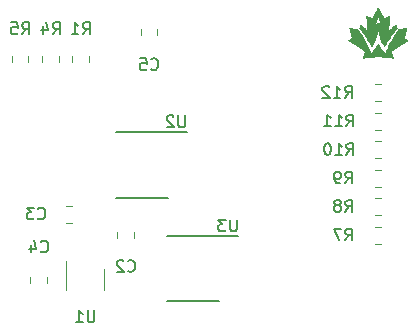
<source format=gbo>
G04 #@! TF.GenerationSoftware,KiCad,Pcbnew,(5.1.2)-1*
G04 #@! TF.CreationDate,2022-03-08T20:03:48-05:00*
G04 #@! TF.ProjectId,telemetry_breakout,74656c65-6d65-4747-9279-5f627265616b,rev?*
G04 #@! TF.SameCoordinates,Original*
G04 #@! TF.FileFunction,Legend,Bot*
G04 #@! TF.FilePolarity,Positive*
%FSLAX46Y46*%
G04 Gerber Fmt 4.6, Leading zero omitted, Abs format (unit mm)*
G04 Created by KiCad (PCBNEW (5.1.2)-1) date 2022-03-08 20:03:48*
%MOMM*%
%LPD*%
G04 APERTURE LIST*
%ADD10C,0.150000*%
%ADD11C,0.120000*%
%ADD12C,0.010000*%
%ADD13O,1.802000X1.802000*%
%ADD14R,1.802000X1.802000*%
%ADD15R,1.602000X0.552000*%
%ADD16C,0.100000*%
%ADD17C,1.252000*%
%ADD18R,0.752000X1.662000*%
%ADD19C,5.702000*%
G04 APERTURE END LIST*
D10*
X211420000Y-103966000D02*
X205445000Y-103966000D01*
X209845000Y-109491000D02*
X205445000Y-109491000D01*
X207102000Y-95180500D02*
X201127000Y-95180500D01*
X205527000Y-100705500D02*
X201127000Y-100705500D01*
D11*
X223013748Y-91111000D02*
X223536252Y-91111000D01*
X223013748Y-92531000D02*
X223536252Y-92531000D01*
X223004748Y-93524000D02*
X223527252Y-93524000D01*
X223004748Y-94944000D02*
X223527252Y-94944000D01*
X223004748Y-95937000D02*
X223527252Y-95937000D01*
X223004748Y-97357000D02*
X223527252Y-97357000D01*
X223004748Y-98350000D02*
X223527252Y-98350000D01*
X223004748Y-99770000D02*
X223527252Y-99770000D01*
X223013748Y-100763000D02*
X223536252Y-100763000D01*
X223013748Y-102183000D02*
X223536252Y-102183000D01*
X223004748Y-103176000D02*
X223527252Y-103176000D01*
X223004748Y-104596000D02*
X223527252Y-104596000D01*
X193686500Y-88693248D02*
X193686500Y-89215752D01*
X192266500Y-88693248D02*
X192266500Y-89215752D01*
X196290000Y-88702248D02*
X196290000Y-89224752D01*
X194870000Y-88702248D02*
X194870000Y-89224752D01*
X198830000Y-88702248D02*
X198830000Y-89224752D01*
X197410000Y-88702248D02*
X197410000Y-89224752D01*
X201220000Y-104156252D02*
X201220000Y-103633748D01*
X202640000Y-104156252D02*
X202640000Y-103633748D01*
X196891000Y-108549000D02*
X196891000Y-106099000D01*
X200111000Y-106749000D02*
X200111000Y-108549000D01*
D12*
G36*
X223258086Y-84638905D02*
G01*
X223247484Y-84656069D01*
X223231267Y-84683494D01*
X223209983Y-84720215D01*
X223184183Y-84765269D01*
X223154417Y-84817690D01*
X223121235Y-84876515D01*
X223085187Y-84940778D01*
X223046824Y-85009517D01*
X223013553Y-85069394D01*
X222973631Y-85141367D01*
X222935602Y-85209895D01*
X222900017Y-85273988D01*
X222867426Y-85332656D01*
X222838381Y-85384908D01*
X222813431Y-85429755D01*
X222793127Y-85466205D01*
X222778020Y-85493270D01*
X222768661Y-85509958D01*
X222765666Y-85515197D01*
X222761443Y-85516601D01*
X222751590Y-85514950D01*
X222735087Y-85509851D01*
X222710910Y-85500909D01*
X222678038Y-85487728D01*
X222635449Y-85469916D01*
X222582120Y-85447076D01*
X222525217Y-85422385D01*
X222471771Y-85399260D01*
X222422367Y-85378198D01*
X222378445Y-85359790D01*
X222341443Y-85344625D01*
X222312801Y-85333293D01*
X222293957Y-85326382D01*
X222286349Y-85324482D01*
X222286300Y-85324517D01*
X222286320Y-85331923D01*
X222287605Y-85352208D01*
X222290070Y-85384399D01*
X222293629Y-85427522D01*
X222298195Y-85480605D01*
X222303682Y-85542673D01*
X222310005Y-85612755D01*
X222317076Y-85689876D01*
X222324810Y-85773064D01*
X222333120Y-85861345D01*
X222341920Y-85953747D01*
X222343394Y-85969113D01*
X222352279Y-86062058D01*
X222360718Y-86151014D01*
X222368621Y-86235010D01*
X222375901Y-86313077D01*
X222382468Y-86384244D01*
X222388236Y-86447541D01*
X222393115Y-86501998D01*
X222397017Y-86546643D01*
X222399854Y-86580507D01*
X222401538Y-86602619D01*
X222401980Y-86612010D01*
X222401927Y-86612269D01*
X222396348Y-86608311D01*
X222381312Y-86595887D01*
X222357743Y-86575803D01*
X222326566Y-86548863D01*
X222288704Y-86515873D01*
X222245082Y-86477636D01*
X222196624Y-86434959D01*
X222144255Y-86388646D01*
X222097939Y-86347540D01*
X222042892Y-86298694D01*
X221990900Y-86252723D01*
X221942900Y-86210445D01*
X221899826Y-86172676D01*
X221862615Y-86140233D01*
X221832203Y-86113931D01*
X221809525Y-86094587D01*
X221795518Y-86083018D01*
X221791147Y-86079905D01*
X221789022Y-86081463D01*
X221785758Y-86086908D01*
X221780901Y-86097398D01*
X221773999Y-86114089D01*
X221764599Y-86138138D01*
X221752249Y-86170702D01*
X221736497Y-86212939D01*
X221716889Y-86266004D01*
X221694247Y-86327583D01*
X221673573Y-86383892D01*
X221732874Y-86452302D01*
X221809384Y-86542806D01*
X221889633Y-86641895D01*
X221972496Y-86747960D01*
X222056847Y-86859391D01*
X222141560Y-86974578D01*
X222225510Y-87091911D01*
X222307571Y-87209779D01*
X222386618Y-87326573D01*
X222461524Y-87440683D01*
X222531164Y-87550499D01*
X222594413Y-87654410D01*
X222650144Y-87750807D01*
X222683808Y-87812437D01*
X222721599Y-87883623D01*
X222744555Y-87850258D01*
X222788316Y-87781895D01*
X222833661Y-87702222D01*
X222879500Y-87613587D01*
X222924743Y-87518337D01*
X222968298Y-87418821D01*
X223009075Y-87317387D01*
X223045984Y-87216383D01*
X223064192Y-87162014D01*
X223097025Y-87054980D01*
X223129889Y-86937397D01*
X223161955Y-86812606D01*
X223192395Y-86683948D01*
X223220381Y-86554766D01*
X223242154Y-86444197D01*
X223261871Y-86338764D01*
X223297696Y-86517266D01*
X223337287Y-86703152D01*
X223378993Y-86876290D01*
X223423190Y-87037738D01*
X223470253Y-87188556D01*
X223520557Y-87329803D01*
X223574478Y-87462539D01*
X223632391Y-87587822D01*
X223694670Y-87706714D01*
X223755731Y-87810689D01*
X223772356Y-87837104D01*
X223786568Y-87858856D01*
X223796643Y-87873356D01*
X223800554Y-87877989D01*
X223805719Y-87873639D01*
X223815334Y-87859340D01*
X223827763Y-87837659D01*
X223835037Y-87823849D01*
X223875485Y-87748484D01*
X223924109Y-87664061D01*
X223979921Y-87571995D01*
X224041934Y-87473702D01*
X224109159Y-87370597D01*
X224180609Y-87264097D01*
X224255296Y-87155616D01*
X224332231Y-87046572D01*
X224410426Y-86938379D01*
X224488894Y-86832454D01*
X224566647Y-86730213D01*
X224642696Y-86633070D01*
X224716053Y-86542442D01*
X224785731Y-86459745D01*
X224792167Y-86452302D01*
X224851467Y-86383892D01*
X224830794Y-86327583D01*
X224807096Y-86263136D01*
X224787684Y-86210618D01*
X224772108Y-86168874D01*
X224759915Y-86136748D01*
X224750653Y-86113082D01*
X224743870Y-86096722D01*
X224739114Y-86086510D01*
X224735933Y-86081291D01*
X224733968Y-86079905D01*
X224727878Y-86084401D01*
X224712336Y-86097345D01*
X224688280Y-86117921D01*
X224656645Y-86145313D01*
X224618366Y-86178706D01*
X224574380Y-86217283D01*
X224525622Y-86260228D01*
X224473029Y-86306726D01*
X224427099Y-86347462D01*
X224372136Y-86396191D01*
X224320313Y-86441962D01*
X224272554Y-86483973D01*
X224229782Y-86521418D01*
X224192922Y-86553492D01*
X224162898Y-86579390D01*
X224140634Y-86598309D01*
X224127055Y-86609444D01*
X224123036Y-86612192D01*
X224123275Y-86605009D01*
X224124770Y-86584944D01*
X224127433Y-86552966D01*
X224131175Y-86510047D01*
X224135907Y-86457155D01*
X224141541Y-86395261D01*
X224147989Y-86325336D01*
X224155162Y-86248350D01*
X224162973Y-86165272D01*
X224171331Y-86077073D01*
X224172411Y-86065759D01*
X223515380Y-86065759D01*
X223512837Y-86066501D01*
X223502612Y-86058970D01*
X223486832Y-86044764D01*
X223484790Y-86042806D01*
X223460172Y-86022313D01*
X223429582Y-86001308D01*
X223401698Y-85985429D01*
X223339588Y-85961844D01*
X223276539Y-85951774D01*
X223213927Y-85955010D01*
X223153128Y-85971343D01*
X223095519Y-86000563D01*
X223045548Y-86039553D01*
X223027738Y-86055419D01*
X223015096Y-86065124D01*
X223009708Y-86067124D01*
X223009819Y-86065987D01*
X223012503Y-86057617D01*
X223018953Y-86037151D01*
X223028796Y-86005781D01*
X223041659Y-85964698D01*
X223057170Y-85915096D01*
X223074956Y-85858164D01*
X223094643Y-85795097D01*
X223115860Y-85727085D01*
X223137120Y-85658891D01*
X223159353Y-85587600D01*
X223180342Y-85520371D01*
X223199727Y-85458361D01*
X223217143Y-85402728D01*
X223232229Y-85354628D01*
X223244620Y-85315219D01*
X223253954Y-85285658D01*
X223259869Y-85267103D01*
X223261996Y-85260712D01*
X223264230Y-85266888D01*
X223270235Y-85285210D01*
X223279648Y-85314536D01*
X223292109Y-85353722D01*
X223307255Y-85401624D01*
X223324726Y-85457100D01*
X223344159Y-85519005D01*
X223365193Y-85586196D01*
X223387417Y-85657370D01*
X223409799Y-85729109D01*
X223431009Y-85797032D01*
X223450676Y-85859951D01*
X223468427Y-85916677D01*
X223483888Y-85966021D01*
X223496689Y-86006795D01*
X223506456Y-86037811D01*
X223512817Y-86057879D01*
X223515380Y-86065759D01*
X224172411Y-86065759D01*
X224180150Y-85984724D01*
X224181647Y-85969113D01*
X224190518Y-85876131D01*
X224198912Y-85787110D01*
X224206743Y-85703023D01*
X224213924Y-85624843D01*
X224220369Y-85553543D01*
X224225992Y-85490098D01*
X224230707Y-85435479D01*
X224234428Y-85390661D01*
X224237069Y-85356617D01*
X224238543Y-85334320D01*
X224238765Y-85324742D01*
X224238677Y-85324454D01*
X224231514Y-85326128D01*
X224213062Y-85332832D01*
X224184764Y-85343974D01*
X224148062Y-85358966D01*
X224104401Y-85377218D01*
X224055225Y-85398139D01*
X224001976Y-85421139D01*
X224000875Y-85421618D01*
X223947614Y-85444770D01*
X223898494Y-85466069D01*
X223854947Y-85484899D01*
X223818404Y-85500642D01*
X223790295Y-85512683D01*
X223772051Y-85520405D01*
X223765105Y-85523191D01*
X223765091Y-85523192D01*
X223761415Y-85517261D01*
X223751540Y-85500103D01*
X223735998Y-85472672D01*
X223715323Y-85435922D01*
X223690048Y-85390806D01*
X223660707Y-85338279D01*
X223627833Y-85279293D01*
X223591960Y-85214804D01*
X223553622Y-85145763D01*
X223516089Y-85078066D01*
X223475851Y-85005606D01*
X223437468Y-84936811D01*
X223401484Y-84872636D01*
X223368442Y-84814036D01*
X223338887Y-84761967D01*
X223313362Y-84717382D01*
X223292413Y-84681238D01*
X223276582Y-84654489D01*
X223266415Y-84638091D01*
X223262520Y-84632967D01*
X223258086Y-84638905D01*
X223258086Y-84638905D01*
G37*
X223258086Y-84638905D02*
X223247484Y-84656069D01*
X223231267Y-84683494D01*
X223209983Y-84720215D01*
X223184183Y-84765269D01*
X223154417Y-84817690D01*
X223121235Y-84876515D01*
X223085187Y-84940778D01*
X223046824Y-85009517D01*
X223013553Y-85069394D01*
X222973631Y-85141367D01*
X222935602Y-85209895D01*
X222900017Y-85273988D01*
X222867426Y-85332656D01*
X222838381Y-85384908D01*
X222813431Y-85429755D01*
X222793127Y-85466205D01*
X222778020Y-85493270D01*
X222768661Y-85509958D01*
X222765666Y-85515197D01*
X222761443Y-85516601D01*
X222751590Y-85514950D01*
X222735087Y-85509851D01*
X222710910Y-85500909D01*
X222678038Y-85487728D01*
X222635449Y-85469916D01*
X222582120Y-85447076D01*
X222525217Y-85422385D01*
X222471771Y-85399260D01*
X222422367Y-85378198D01*
X222378445Y-85359790D01*
X222341443Y-85344625D01*
X222312801Y-85333293D01*
X222293957Y-85326382D01*
X222286349Y-85324482D01*
X222286300Y-85324517D01*
X222286320Y-85331923D01*
X222287605Y-85352208D01*
X222290070Y-85384399D01*
X222293629Y-85427522D01*
X222298195Y-85480605D01*
X222303682Y-85542673D01*
X222310005Y-85612755D01*
X222317076Y-85689876D01*
X222324810Y-85773064D01*
X222333120Y-85861345D01*
X222341920Y-85953747D01*
X222343394Y-85969113D01*
X222352279Y-86062058D01*
X222360718Y-86151014D01*
X222368621Y-86235010D01*
X222375901Y-86313077D01*
X222382468Y-86384244D01*
X222388236Y-86447541D01*
X222393115Y-86501998D01*
X222397017Y-86546643D01*
X222399854Y-86580507D01*
X222401538Y-86602619D01*
X222401980Y-86612010D01*
X222401927Y-86612269D01*
X222396348Y-86608311D01*
X222381312Y-86595887D01*
X222357743Y-86575803D01*
X222326566Y-86548863D01*
X222288704Y-86515873D01*
X222245082Y-86477636D01*
X222196624Y-86434959D01*
X222144255Y-86388646D01*
X222097939Y-86347540D01*
X222042892Y-86298694D01*
X221990900Y-86252723D01*
X221942900Y-86210445D01*
X221899826Y-86172676D01*
X221862615Y-86140233D01*
X221832203Y-86113931D01*
X221809525Y-86094587D01*
X221795518Y-86083018D01*
X221791147Y-86079905D01*
X221789022Y-86081463D01*
X221785758Y-86086908D01*
X221780901Y-86097398D01*
X221773999Y-86114089D01*
X221764599Y-86138138D01*
X221752249Y-86170702D01*
X221736497Y-86212939D01*
X221716889Y-86266004D01*
X221694247Y-86327583D01*
X221673573Y-86383892D01*
X221732874Y-86452302D01*
X221809384Y-86542806D01*
X221889633Y-86641895D01*
X221972496Y-86747960D01*
X222056847Y-86859391D01*
X222141560Y-86974578D01*
X222225510Y-87091911D01*
X222307571Y-87209779D01*
X222386618Y-87326573D01*
X222461524Y-87440683D01*
X222531164Y-87550499D01*
X222594413Y-87654410D01*
X222650144Y-87750807D01*
X222683808Y-87812437D01*
X222721599Y-87883623D01*
X222744555Y-87850258D01*
X222788316Y-87781895D01*
X222833661Y-87702222D01*
X222879500Y-87613587D01*
X222924743Y-87518337D01*
X222968298Y-87418821D01*
X223009075Y-87317387D01*
X223045984Y-87216383D01*
X223064192Y-87162014D01*
X223097025Y-87054980D01*
X223129889Y-86937397D01*
X223161955Y-86812606D01*
X223192395Y-86683948D01*
X223220381Y-86554766D01*
X223242154Y-86444197D01*
X223261871Y-86338764D01*
X223297696Y-86517266D01*
X223337287Y-86703152D01*
X223378993Y-86876290D01*
X223423190Y-87037738D01*
X223470253Y-87188556D01*
X223520557Y-87329803D01*
X223574478Y-87462539D01*
X223632391Y-87587822D01*
X223694670Y-87706714D01*
X223755731Y-87810689D01*
X223772356Y-87837104D01*
X223786568Y-87858856D01*
X223796643Y-87873356D01*
X223800554Y-87877989D01*
X223805719Y-87873639D01*
X223815334Y-87859340D01*
X223827763Y-87837659D01*
X223835037Y-87823849D01*
X223875485Y-87748484D01*
X223924109Y-87664061D01*
X223979921Y-87571995D01*
X224041934Y-87473702D01*
X224109159Y-87370597D01*
X224180609Y-87264097D01*
X224255296Y-87155616D01*
X224332231Y-87046572D01*
X224410426Y-86938379D01*
X224488894Y-86832454D01*
X224566647Y-86730213D01*
X224642696Y-86633070D01*
X224716053Y-86542442D01*
X224785731Y-86459745D01*
X224792167Y-86452302D01*
X224851467Y-86383892D01*
X224830794Y-86327583D01*
X224807096Y-86263136D01*
X224787684Y-86210618D01*
X224772108Y-86168874D01*
X224759915Y-86136748D01*
X224750653Y-86113082D01*
X224743870Y-86096722D01*
X224739114Y-86086510D01*
X224735933Y-86081291D01*
X224733968Y-86079905D01*
X224727878Y-86084401D01*
X224712336Y-86097345D01*
X224688280Y-86117921D01*
X224656645Y-86145313D01*
X224618366Y-86178706D01*
X224574380Y-86217283D01*
X224525622Y-86260228D01*
X224473029Y-86306726D01*
X224427099Y-86347462D01*
X224372136Y-86396191D01*
X224320313Y-86441962D01*
X224272554Y-86483973D01*
X224229782Y-86521418D01*
X224192922Y-86553492D01*
X224162898Y-86579390D01*
X224140634Y-86598309D01*
X224127055Y-86609444D01*
X224123036Y-86612192D01*
X224123275Y-86605009D01*
X224124770Y-86584944D01*
X224127433Y-86552966D01*
X224131175Y-86510047D01*
X224135907Y-86457155D01*
X224141541Y-86395261D01*
X224147989Y-86325336D01*
X224155162Y-86248350D01*
X224162973Y-86165272D01*
X224171331Y-86077073D01*
X224172411Y-86065759D01*
X223515380Y-86065759D01*
X223512837Y-86066501D01*
X223502612Y-86058970D01*
X223486832Y-86044764D01*
X223484790Y-86042806D01*
X223460172Y-86022313D01*
X223429582Y-86001308D01*
X223401698Y-85985429D01*
X223339588Y-85961844D01*
X223276539Y-85951774D01*
X223213927Y-85955010D01*
X223153128Y-85971343D01*
X223095519Y-86000563D01*
X223045548Y-86039553D01*
X223027738Y-86055419D01*
X223015096Y-86065124D01*
X223009708Y-86067124D01*
X223009819Y-86065987D01*
X223012503Y-86057617D01*
X223018953Y-86037151D01*
X223028796Y-86005781D01*
X223041659Y-85964698D01*
X223057170Y-85915096D01*
X223074956Y-85858164D01*
X223094643Y-85795097D01*
X223115860Y-85727085D01*
X223137120Y-85658891D01*
X223159353Y-85587600D01*
X223180342Y-85520371D01*
X223199727Y-85458361D01*
X223217143Y-85402728D01*
X223232229Y-85354628D01*
X223244620Y-85315219D01*
X223253954Y-85285658D01*
X223259869Y-85267103D01*
X223261996Y-85260712D01*
X223264230Y-85266888D01*
X223270235Y-85285210D01*
X223279648Y-85314536D01*
X223292109Y-85353722D01*
X223307255Y-85401624D01*
X223324726Y-85457100D01*
X223344159Y-85519005D01*
X223365193Y-85586196D01*
X223387417Y-85657370D01*
X223409799Y-85729109D01*
X223431009Y-85797032D01*
X223450676Y-85859951D01*
X223468427Y-85916677D01*
X223483888Y-85966021D01*
X223496689Y-86006795D01*
X223506456Y-86037811D01*
X223512817Y-86057879D01*
X223515380Y-86065759D01*
X224172411Y-86065759D01*
X224180150Y-85984724D01*
X224181647Y-85969113D01*
X224190518Y-85876131D01*
X224198912Y-85787110D01*
X224206743Y-85703023D01*
X224213924Y-85624843D01*
X224220369Y-85553543D01*
X224225992Y-85490098D01*
X224230707Y-85435479D01*
X224234428Y-85390661D01*
X224237069Y-85356617D01*
X224238543Y-85334320D01*
X224238765Y-85324742D01*
X224238677Y-85324454D01*
X224231514Y-85326128D01*
X224213062Y-85332832D01*
X224184764Y-85343974D01*
X224148062Y-85358966D01*
X224104401Y-85377218D01*
X224055225Y-85398139D01*
X224001976Y-85421139D01*
X224000875Y-85421618D01*
X223947614Y-85444770D01*
X223898494Y-85466069D01*
X223854947Y-85484899D01*
X223818404Y-85500642D01*
X223790295Y-85512683D01*
X223772051Y-85520405D01*
X223765105Y-85523191D01*
X223765091Y-85523192D01*
X223761415Y-85517261D01*
X223751540Y-85500103D01*
X223735998Y-85472672D01*
X223715323Y-85435922D01*
X223690048Y-85390806D01*
X223660707Y-85338279D01*
X223627833Y-85279293D01*
X223591960Y-85214804D01*
X223553622Y-85145763D01*
X223516089Y-85078066D01*
X223475851Y-85005606D01*
X223437468Y-84936811D01*
X223401484Y-84872636D01*
X223368442Y-84814036D01*
X223338887Y-84761967D01*
X223313362Y-84717382D01*
X223292413Y-84681238D01*
X223276582Y-84654489D01*
X223266415Y-84638091D01*
X223262520Y-84632967D01*
X223258086Y-84638905D01*
G36*
X225665303Y-86334970D02*
G01*
X225645967Y-86338400D01*
X225615648Y-86344030D01*
X225575681Y-86351605D01*
X225527401Y-86360871D01*
X225472141Y-86371572D01*
X225411238Y-86383455D01*
X225346024Y-86396263D01*
X225344906Y-86396484D01*
X225264323Y-86412474D01*
X225196525Y-86426182D01*
X225140604Y-86437815D01*
X225095652Y-86447580D01*
X225060761Y-86455683D01*
X225035022Y-86462330D01*
X225017526Y-86467729D01*
X225007367Y-86472085D01*
X225004898Y-86473804D01*
X224992426Y-86487227D01*
X224973274Y-86510656D01*
X224948553Y-86542566D01*
X224919376Y-86581433D01*
X224886856Y-86625732D01*
X224852104Y-86673937D01*
X224816233Y-86724524D01*
X224780356Y-86775969D01*
X224745585Y-86826745D01*
X224723727Y-86859234D01*
X224620458Y-87018334D01*
X224519281Y-87182776D01*
X224421346Y-87350429D01*
X224327801Y-87519163D01*
X224239798Y-87686847D01*
X224158487Y-87851352D01*
X224085016Y-88010546D01*
X224021218Y-88160617D01*
X224005134Y-88201630D01*
X223987650Y-88248438D01*
X223969589Y-88298618D01*
X223951770Y-88349749D01*
X223935013Y-88399409D01*
X223920140Y-88445176D01*
X223907970Y-88484629D01*
X223899324Y-88515346D01*
X223895611Y-88531372D01*
X223891353Y-88548015D01*
X223886880Y-88556845D01*
X223885923Y-88557274D01*
X223879246Y-88552234D01*
X223864928Y-88538142D01*
X223844354Y-88516541D01*
X223818912Y-88488973D01*
X223789984Y-88456981D01*
X223758958Y-88422108D01*
X223727218Y-88385897D01*
X223696149Y-88349889D01*
X223667136Y-88315628D01*
X223645951Y-88290040D01*
X223581069Y-88208140D01*
X223521320Y-88127123D01*
X223464583Y-88043812D01*
X223408732Y-87955035D01*
X223351646Y-87857615D01*
X223325188Y-87810471D01*
X223305487Y-87775757D01*
X223287834Y-87746166D01*
X223273380Y-87723505D01*
X223263272Y-87709579D01*
X223258741Y-87706088D01*
X223253474Y-87714146D01*
X223243157Y-87731848D01*
X223229295Y-87756556D01*
X223213822Y-87784836D01*
X223136911Y-87920716D01*
X223058753Y-88045810D01*
X222977290Y-88163225D01*
X222890463Y-88276070D01*
X222879663Y-88289357D01*
X222853219Y-88321211D01*
X222823616Y-88356040D01*
X222792233Y-88392306D01*
X222760455Y-88428468D01*
X222729661Y-88462989D01*
X222701234Y-88494329D01*
X222676555Y-88520948D01*
X222657008Y-88541309D01*
X222643972Y-88553872D01*
X222639117Y-88557274D01*
X222634871Y-88551181D01*
X222630390Y-88536069D01*
X222629429Y-88531372D01*
X222624014Y-88508926D01*
X222614451Y-88475900D01*
X222601560Y-88434717D01*
X222586162Y-88387799D01*
X222569076Y-88337567D01*
X222551124Y-88286443D01*
X222533127Y-88236849D01*
X222515903Y-88191206D01*
X222503822Y-88160617D01*
X222440508Y-88011701D01*
X222368341Y-87855261D01*
X222288482Y-87693442D01*
X222202088Y-87528390D01*
X222110317Y-87362251D01*
X222014328Y-87197171D01*
X221915278Y-87035296D01*
X221814325Y-86878772D01*
X221802005Y-86860251D01*
X221768622Y-86810822D01*
X221733389Y-86759694D01*
X221697415Y-86708389D01*
X221661812Y-86658430D01*
X221627688Y-86611339D01*
X221596155Y-86568639D01*
X221568322Y-86531854D01*
X221545300Y-86502504D01*
X221528198Y-86482114D01*
X221520447Y-86474079D01*
X221513094Y-86470111D01*
X221498209Y-86465066D01*
X221474943Y-86458752D01*
X221442448Y-86450977D01*
X221399876Y-86441547D01*
X221346376Y-86430271D01*
X221281102Y-86416955D01*
X221203205Y-86401407D01*
X221180439Y-86396908D01*
X221115134Y-86384064D01*
X221054116Y-86372137D01*
X220998719Y-86361382D01*
X220950276Y-86352055D01*
X220910122Y-86344412D01*
X220879591Y-86338708D01*
X220860015Y-86335198D01*
X220852729Y-86334137D01*
X220852718Y-86334143D01*
X220854129Y-86340843D01*
X220858643Y-86359646D01*
X220865908Y-86389171D01*
X220875576Y-86428039D01*
X220887296Y-86474869D01*
X220900718Y-86528282D01*
X220915491Y-86586897D01*
X220931267Y-86649334D01*
X220947693Y-86714214D01*
X220964421Y-86780155D01*
X220981101Y-86845779D01*
X220997381Y-86909704D01*
X221012913Y-86970551D01*
X221027345Y-87026940D01*
X221040328Y-87077491D01*
X221051512Y-87120823D01*
X221060546Y-87155557D01*
X221067080Y-87180312D01*
X221070765Y-87193708D01*
X221070924Y-87194241D01*
X221069235Y-87199541D01*
X221060932Y-87207598D01*
X221044941Y-87219116D01*
X221020185Y-87234804D01*
X220985587Y-87255366D01*
X220940071Y-87281511D01*
X220924535Y-87290317D01*
X220883305Y-87313840D01*
X220846416Y-87335285D01*
X220815506Y-87353666D01*
X220792214Y-87367997D01*
X220778179Y-87377294D01*
X220774712Y-87380400D01*
X220780425Y-87384811D01*
X220797091Y-87396347D01*
X220823997Y-87414538D01*
X220860433Y-87438913D01*
X220905688Y-87469004D01*
X220959050Y-87504340D01*
X221019808Y-87544452D01*
X221087251Y-87588870D01*
X221160668Y-87637125D01*
X221239347Y-87688746D01*
X221322577Y-87743264D01*
X221409648Y-87800210D01*
X221477481Y-87844515D01*
X221566991Y-87903002D01*
X221653200Y-87959441D01*
X221735395Y-88013360D01*
X221812864Y-88064288D01*
X221884897Y-88111752D01*
X221950782Y-88155282D01*
X222009806Y-88194407D01*
X222061259Y-88228654D01*
X222104428Y-88257551D01*
X222138602Y-88280629D01*
X222163070Y-88297414D01*
X222177119Y-88307436D01*
X222180391Y-88310233D01*
X222178383Y-88318185D01*
X222172595Y-88337948D01*
X222163473Y-88368073D01*
X222151463Y-88407109D01*
X222137013Y-88453609D01*
X222120570Y-88506123D01*
X222102579Y-88563200D01*
X222096101Y-88583667D01*
X222077813Y-88641842D01*
X222061109Y-88695858D01*
X222046412Y-88744284D01*
X222034142Y-88785691D01*
X222024721Y-88818649D01*
X222018572Y-88841726D01*
X222016115Y-88853494D01*
X222016210Y-88854681D01*
X222023634Y-88854537D01*
X222043889Y-88852817D01*
X222075988Y-88849631D01*
X222118948Y-88845090D01*
X222171783Y-88839305D01*
X222233509Y-88832385D01*
X222303139Y-88824441D01*
X222379691Y-88815584D01*
X222462177Y-88805924D01*
X222549614Y-88795571D01*
X222641017Y-88784637D01*
X222641635Y-88784562D01*
X223262520Y-88709904D01*
X223870682Y-88783206D01*
X223961479Y-88794127D01*
X224048541Y-88804557D01*
X224130846Y-88814374D01*
X224207372Y-88823460D01*
X224277098Y-88831694D01*
X224339003Y-88838956D01*
X224392065Y-88845126D01*
X224435262Y-88850085D01*
X224467573Y-88853712D01*
X224487976Y-88855888D01*
X224495244Y-88856507D01*
X224507843Y-88854419D01*
X224511644Y-88850732D01*
X224509606Y-88843038D01*
X224503792Y-88823534D01*
X224494652Y-88793669D01*
X224482636Y-88754894D01*
X224468194Y-88708658D01*
X224451777Y-88656412D01*
X224433833Y-88599605D01*
X224428137Y-88581631D01*
X224409807Y-88523644D01*
X224392871Y-88469704D01*
X224377779Y-88421273D01*
X224364982Y-88379814D01*
X224354930Y-88346788D01*
X224348074Y-88323658D01*
X224344865Y-88311887D01*
X224344680Y-88310790D01*
X224350401Y-88306101D01*
X224367077Y-88294295D01*
X224393996Y-88275844D01*
X224430447Y-88251220D01*
X224475717Y-88220894D01*
X224529097Y-88185340D01*
X224589873Y-88145028D01*
X224657335Y-88100433D01*
X224730771Y-88052025D01*
X224809470Y-88000276D01*
X224892719Y-87945660D01*
X224979808Y-87888648D01*
X225047529Y-87844395D01*
X225137025Y-87785918D01*
X225223219Y-87729516D01*
X225305398Y-87675658D01*
X225382852Y-87624814D01*
X225454870Y-87577454D01*
X225520741Y-87534047D01*
X225579754Y-87495064D01*
X225631197Y-87460972D01*
X225674359Y-87432244D01*
X225708529Y-87409346D01*
X225732997Y-87392751D01*
X225747050Y-87382926D01*
X225750328Y-87380280D01*
X225744524Y-87375556D01*
X225728203Y-87365037D01*
X225703005Y-87349707D01*
X225670568Y-87330550D01*
X225632532Y-87308549D01*
X225600506Y-87290317D01*
X225551592Y-87262406D01*
X225513911Y-87240284D01*
X225486387Y-87223243D01*
X225467943Y-87210578D01*
X225457503Y-87201582D01*
X225453990Y-87195548D01*
X225454116Y-87194241D01*
X225457584Y-87181724D01*
X225463926Y-87157746D01*
X225472793Y-87123687D01*
X225483835Y-87080928D01*
X225496701Y-87030849D01*
X225511041Y-86974829D01*
X225526505Y-86914250D01*
X225542744Y-86850492D01*
X225559407Y-86784934D01*
X225576143Y-86718957D01*
X225592604Y-86653941D01*
X225608438Y-86591267D01*
X225623295Y-86532314D01*
X225636827Y-86478463D01*
X225648681Y-86431094D01*
X225658509Y-86391588D01*
X225665960Y-86361324D01*
X225670685Y-86341682D01*
X225672332Y-86334044D01*
X225672323Y-86333994D01*
X225665303Y-86334970D01*
X225665303Y-86334970D01*
G37*
X225665303Y-86334970D02*
X225645967Y-86338400D01*
X225615648Y-86344030D01*
X225575681Y-86351605D01*
X225527401Y-86360871D01*
X225472141Y-86371572D01*
X225411238Y-86383455D01*
X225346024Y-86396263D01*
X225344906Y-86396484D01*
X225264323Y-86412474D01*
X225196525Y-86426182D01*
X225140604Y-86437815D01*
X225095652Y-86447580D01*
X225060761Y-86455683D01*
X225035022Y-86462330D01*
X225017526Y-86467729D01*
X225007367Y-86472085D01*
X225004898Y-86473804D01*
X224992426Y-86487227D01*
X224973274Y-86510656D01*
X224948553Y-86542566D01*
X224919376Y-86581433D01*
X224886856Y-86625732D01*
X224852104Y-86673937D01*
X224816233Y-86724524D01*
X224780356Y-86775969D01*
X224745585Y-86826745D01*
X224723727Y-86859234D01*
X224620458Y-87018334D01*
X224519281Y-87182776D01*
X224421346Y-87350429D01*
X224327801Y-87519163D01*
X224239798Y-87686847D01*
X224158487Y-87851352D01*
X224085016Y-88010546D01*
X224021218Y-88160617D01*
X224005134Y-88201630D01*
X223987650Y-88248438D01*
X223969589Y-88298618D01*
X223951770Y-88349749D01*
X223935013Y-88399409D01*
X223920140Y-88445176D01*
X223907970Y-88484629D01*
X223899324Y-88515346D01*
X223895611Y-88531372D01*
X223891353Y-88548015D01*
X223886880Y-88556845D01*
X223885923Y-88557274D01*
X223879246Y-88552234D01*
X223864928Y-88538142D01*
X223844354Y-88516541D01*
X223818912Y-88488973D01*
X223789984Y-88456981D01*
X223758958Y-88422108D01*
X223727218Y-88385897D01*
X223696149Y-88349889D01*
X223667136Y-88315628D01*
X223645951Y-88290040D01*
X223581069Y-88208140D01*
X223521320Y-88127123D01*
X223464583Y-88043812D01*
X223408732Y-87955035D01*
X223351646Y-87857615D01*
X223325188Y-87810471D01*
X223305487Y-87775757D01*
X223287834Y-87746166D01*
X223273380Y-87723505D01*
X223263272Y-87709579D01*
X223258741Y-87706088D01*
X223253474Y-87714146D01*
X223243157Y-87731848D01*
X223229295Y-87756556D01*
X223213822Y-87784836D01*
X223136911Y-87920716D01*
X223058753Y-88045810D01*
X222977290Y-88163225D01*
X222890463Y-88276070D01*
X222879663Y-88289357D01*
X222853219Y-88321211D01*
X222823616Y-88356040D01*
X222792233Y-88392306D01*
X222760455Y-88428468D01*
X222729661Y-88462989D01*
X222701234Y-88494329D01*
X222676555Y-88520948D01*
X222657008Y-88541309D01*
X222643972Y-88553872D01*
X222639117Y-88557274D01*
X222634871Y-88551181D01*
X222630390Y-88536069D01*
X222629429Y-88531372D01*
X222624014Y-88508926D01*
X222614451Y-88475900D01*
X222601560Y-88434717D01*
X222586162Y-88387799D01*
X222569076Y-88337567D01*
X222551124Y-88286443D01*
X222533127Y-88236849D01*
X222515903Y-88191206D01*
X222503822Y-88160617D01*
X222440508Y-88011701D01*
X222368341Y-87855261D01*
X222288482Y-87693442D01*
X222202088Y-87528390D01*
X222110317Y-87362251D01*
X222014328Y-87197171D01*
X221915278Y-87035296D01*
X221814325Y-86878772D01*
X221802005Y-86860251D01*
X221768622Y-86810822D01*
X221733389Y-86759694D01*
X221697415Y-86708389D01*
X221661812Y-86658430D01*
X221627688Y-86611339D01*
X221596155Y-86568639D01*
X221568322Y-86531854D01*
X221545300Y-86502504D01*
X221528198Y-86482114D01*
X221520447Y-86474079D01*
X221513094Y-86470111D01*
X221498209Y-86465066D01*
X221474943Y-86458752D01*
X221442448Y-86450977D01*
X221399876Y-86441547D01*
X221346376Y-86430271D01*
X221281102Y-86416955D01*
X221203205Y-86401407D01*
X221180439Y-86396908D01*
X221115134Y-86384064D01*
X221054116Y-86372137D01*
X220998719Y-86361382D01*
X220950276Y-86352055D01*
X220910122Y-86344412D01*
X220879591Y-86338708D01*
X220860015Y-86335198D01*
X220852729Y-86334137D01*
X220852718Y-86334143D01*
X220854129Y-86340843D01*
X220858643Y-86359646D01*
X220865908Y-86389171D01*
X220875576Y-86428039D01*
X220887296Y-86474869D01*
X220900718Y-86528282D01*
X220915491Y-86586897D01*
X220931267Y-86649334D01*
X220947693Y-86714214D01*
X220964421Y-86780155D01*
X220981101Y-86845779D01*
X220997381Y-86909704D01*
X221012913Y-86970551D01*
X221027345Y-87026940D01*
X221040328Y-87077491D01*
X221051512Y-87120823D01*
X221060546Y-87155557D01*
X221067080Y-87180312D01*
X221070765Y-87193708D01*
X221070924Y-87194241D01*
X221069235Y-87199541D01*
X221060932Y-87207598D01*
X221044941Y-87219116D01*
X221020185Y-87234804D01*
X220985587Y-87255366D01*
X220940071Y-87281511D01*
X220924535Y-87290317D01*
X220883305Y-87313840D01*
X220846416Y-87335285D01*
X220815506Y-87353666D01*
X220792214Y-87367997D01*
X220778179Y-87377294D01*
X220774712Y-87380400D01*
X220780425Y-87384811D01*
X220797091Y-87396347D01*
X220823997Y-87414538D01*
X220860433Y-87438913D01*
X220905688Y-87469004D01*
X220959050Y-87504340D01*
X221019808Y-87544452D01*
X221087251Y-87588870D01*
X221160668Y-87637125D01*
X221239347Y-87688746D01*
X221322577Y-87743264D01*
X221409648Y-87800210D01*
X221477481Y-87844515D01*
X221566991Y-87903002D01*
X221653200Y-87959441D01*
X221735395Y-88013360D01*
X221812864Y-88064288D01*
X221884897Y-88111752D01*
X221950782Y-88155282D01*
X222009806Y-88194407D01*
X222061259Y-88228654D01*
X222104428Y-88257551D01*
X222138602Y-88280629D01*
X222163070Y-88297414D01*
X222177119Y-88307436D01*
X222180391Y-88310233D01*
X222178383Y-88318185D01*
X222172595Y-88337948D01*
X222163473Y-88368073D01*
X222151463Y-88407109D01*
X222137013Y-88453609D01*
X222120570Y-88506123D01*
X222102579Y-88563200D01*
X222096101Y-88583667D01*
X222077813Y-88641842D01*
X222061109Y-88695858D01*
X222046412Y-88744284D01*
X222034142Y-88785691D01*
X222024721Y-88818649D01*
X222018572Y-88841726D01*
X222016115Y-88853494D01*
X222016210Y-88854681D01*
X222023634Y-88854537D01*
X222043889Y-88852817D01*
X222075988Y-88849631D01*
X222118948Y-88845090D01*
X222171783Y-88839305D01*
X222233509Y-88832385D01*
X222303139Y-88824441D01*
X222379691Y-88815584D01*
X222462177Y-88805924D01*
X222549614Y-88795571D01*
X222641017Y-88784637D01*
X222641635Y-88784562D01*
X223262520Y-88709904D01*
X223870682Y-88783206D01*
X223961479Y-88794127D01*
X224048541Y-88804557D01*
X224130846Y-88814374D01*
X224207372Y-88823460D01*
X224277098Y-88831694D01*
X224339003Y-88838956D01*
X224392065Y-88845126D01*
X224435262Y-88850085D01*
X224467573Y-88853712D01*
X224487976Y-88855888D01*
X224495244Y-88856507D01*
X224507843Y-88854419D01*
X224511644Y-88850732D01*
X224509606Y-88843038D01*
X224503792Y-88823534D01*
X224494652Y-88793669D01*
X224482636Y-88754894D01*
X224468194Y-88708658D01*
X224451777Y-88656412D01*
X224433833Y-88599605D01*
X224428137Y-88581631D01*
X224409807Y-88523644D01*
X224392871Y-88469704D01*
X224377779Y-88421273D01*
X224364982Y-88379814D01*
X224354930Y-88346788D01*
X224348074Y-88323658D01*
X224344865Y-88311887D01*
X224344680Y-88310790D01*
X224350401Y-88306101D01*
X224367077Y-88294295D01*
X224393996Y-88275844D01*
X224430447Y-88251220D01*
X224475717Y-88220894D01*
X224529097Y-88185340D01*
X224589873Y-88145028D01*
X224657335Y-88100433D01*
X224730771Y-88052025D01*
X224809470Y-88000276D01*
X224892719Y-87945660D01*
X224979808Y-87888648D01*
X225047529Y-87844395D01*
X225137025Y-87785918D01*
X225223219Y-87729516D01*
X225305398Y-87675658D01*
X225382852Y-87624814D01*
X225454870Y-87577454D01*
X225520741Y-87534047D01*
X225579754Y-87495064D01*
X225631197Y-87460972D01*
X225674359Y-87432244D01*
X225708529Y-87409346D01*
X225732997Y-87392751D01*
X225747050Y-87382926D01*
X225750328Y-87380280D01*
X225744524Y-87375556D01*
X225728203Y-87365037D01*
X225703005Y-87349707D01*
X225670568Y-87330550D01*
X225632532Y-87308549D01*
X225600506Y-87290317D01*
X225551592Y-87262406D01*
X225513911Y-87240284D01*
X225486387Y-87223243D01*
X225467943Y-87210578D01*
X225457503Y-87201582D01*
X225453990Y-87195548D01*
X225454116Y-87194241D01*
X225457584Y-87181724D01*
X225463926Y-87157746D01*
X225472793Y-87123687D01*
X225483835Y-87080928D01*
X225496701Y-87030849D01*
X225511041Y-86974829D01*
X225526505Y-86914250D01*
X225542744Y-86850492D01*
X225559407Y-86784934D01*
X225576143Y-86718957D01*
X225592604Y-86653941D01*
X225608438Y-86591267D01*
X225623295Y-86532314D01*
X225636827Y-86478463D01*
X225648681Y-86431094D01*
X225658509Y-86391588D01*
X225665960Y-86361324D01*
X225670685Y-86341682D01*
X225672332Y-86334044D01*
X225672323Y-86333994D01*
X225665303Y-86334970D01*
D11*
X196851748Y-101398000D02*
X197374252Y-101398000D01*
X196851748Y-102818000D02*
X197374252Y-102818000D01*
X203188500Y-86407248D02*
X203188500Y-86929752D01*
X204608500Y-86407248D02*
X204608500Y-86929752D01*
X195274000Y-107957252D02*
X195274000Y-107434748D01*
X193854000Y-107957252D02*
X193854000Y-107434748D01*
D10*
X211327904Y-102576380D02*
X211327904Y-103385904D01*
X211280285Y-103481142D01*
X211232666Y-103528761D01*
X211137428Y-103576380D01*
X210946952Y-103576380D01*
X210851714Y-103528761D01*
X210804095Y-103481142D01*
X210756476Y-103385904D01*
X210756476Y-102576380D01*
X210375523Y-102576380D02*
X209756476Y-102576380D01*
X210089809Y-102957333D01*
X209946952Y-102957333D01*
X209851714Y-103004952D01*
X209804095Y-103052571D01*
X209756476Y-103147809D01*
X209756476Y-103385904D01*
X209804095Y-103481142D01*
X209851714Y-103528761D01*
X209946952Y-103576380D01*
X210232666Y-103576380D01*
X210327904Y-103528761D01*
X210375523Y-103481142D01*
X206946404Y-93749880D02*
X206946404Y-94559404D01*
X206898785Y-94654642D01*
X206851166Y-94702261D01*
X206755928Y-94749880D01*
X206565452Y-94749880D01*
X206470214Y-94702261D01*
X206422595Y-94654642D01*
X206374976Y-94559404D01*
X206374976Y-93749880D01*
X205946404Y-93845119D02*
X205898785Y-93797500D01*
X205803547Y-93749880D01*
X205565452Y-93749880D01*
X205470214Y-93797500D01*
X205422595Y-93845119D01*
X205374976Y-93940357D01*
X205374976Y-94035595D01*
X205422595Y-94178452D01*
X205994023Y-94749880D01*
X205374976Y-94749880D01*
X220479857Y-92273380D02*
X220813190Y-91797190D01*
X221051285Y-92273380D02*
X221051285Y-91273380D01*
X220670333Y-91273380D01*
X220575095Y-91321000D01*
X220527476Y-91368619D01*
X220479857Y-91463857D01*
X220479857Y-91606714D01*
X220527476Y-91701952D01*
X220575095Y-91749571D01*
X220670333Y-91797190D01*
X221051285Y-91797190D01*
X219527476Y-92273380D02*
X220098904Y-92273380D01*
X219813190Y-92273380D02*
X219813190Y-91273380D01*
X219908428Y-91416238D01*
X220003666Y-91511476D01*
X220098904Y-91559095D01*
X219146523Y-91368619D02*
X219098904Y-91321000D01*
X219003666Y-91273380D01*
X218765571Y-91273380D01*
X218670333Y-91321000D01*
X218622714Y-91368619D01*
X218575095Y-91463857D01*
X218575095Y-91559095D01*
X218622714Y-91701952D01*
X219194142Y-92273380D01*
X218575095Y-92273380D01*
X220606857Y-94686380D02*
X220940190Y-94210190D01*
X221178285Y-94686380D02*
X221178285Y-93686380D01*
X220797333Y-93686380D01*
X220702095Y-93734000D01*
X220654476Y-93781619D01*
X220606857Y-93876857D01*
X220606857Y-94019714D01*
X220654476Y-94114952D01*
X220702095Y-94162571D01*
X220797333Y-94210190D01*
X221178285Y-94210190D01*
X219654476Y-94686380D02*
X220225904Y-94686380D01*
X219940190Y-94686380D02*
X219940190Y-93686380D01*
X220035428Y-93829238D01*
X220130666Y-93924476D01*
X220225904Y-93972095D01*
X218702095Y-94686380D02*
X219273523Y-94686380D01*
X218987809Y-94686380D02*
X218987809Y-93686380D01*
X219083047Y-93829238D01*
X219178285Y-93924476D01*
X219273523Y-93972095D01*
X220606857Y-97099380D02*
X220940190Y-96623190D01*
X221178285Y-97099380D02*
X221178285Y-96099380D01*
X220797333Y-96099380D01*
X220702095Y-96147000D01*
X220654476Y-96194619D01*
X220606857Y-96289857D01*
X220606857Y-96432714D01*
X220654476Y-96527952D01*
X220702095Y-96575571D01*
X220797333Y-96623190D01*
X221178285Y-96623190D01*
X219654476Y-97099380D02*
X220225904Y-97099380D01*
X219940190Y-97099380D02*
X219940190Y-96099380D01*
X220035428Y-96242238D01*
X220130666Y-96337476D01*
X220225904Y-96385095D01*
X219035428Y-96099380D02*
X218940190Y-96099380D01*
X218844952Y-96147000D01*
X218797333Y-96194619D01*
X218749714Y-96289857D01*
X218702095Y-96480333D01*
X218702095Y-96718428D01*
X218749714Y-96908904D01*
X218797333Y-97004142D01*
X218844952Y-97051761D01*
X218940190Y-97099380D01*
X219035428Y-97099380D01*
X219130666Y-97051761D01*
X219178285Y-97004142D01*
X219225904Y-96908904D01*
X219273523Y-96718428D01*
X219273523Y-96480333D01*
X219225904Y-96289857D01*
X219178285Y-96194619D01*
X219130666Y-96147000D01*
X219035428Y-96099380D01*
X220511666Y-99501380D02*
X220845000Y-99025190D01*
X221083095Y-99501380D02*
X221083095Y-98501380D01*
X220702142Y-98501380D01*
X220606904Y-98549000D01*
X220559285Y-98596619D01*
X220511666Y-98691857D01*
X220511666Y-98834714D01*
X220559285Y-98929952D01*
X220606904Y-98977571D01*
X220702142Y-99025190D01*
X221083095Y-99025190D01*
X220035476Y-99501380D02*
X219845000Y-99501380D01*
X219749761Y-99453761D01*
X219702142Y-99406142D01*
X219606904Y-99263285D01*
X219559285Y-99072809D01*
X219559285Y-98691857D01*
X219606904Y-98596619D01*
X219654523Y-98549000D01*
X219749761Y-98501380D01*
X219940238Y-98501380D01*
X220035476Y-98549000D01*
X220083095Y-98596619D01*
X220130714Y-98691857D01*
X220130714Y-98929952D01*
X220083095Y-99025190D01*
X220035476Y-99072809D01*
X219940238Y-99120428D01*
X219749761Y-99120428D01*
X219654523Y-99072809D01*
X219606904Y-99025190D01*
X219559285Y-98929952D01*
X220520666Y-101925380D02*
X220854000Y-101449190D01*
X221092095Y-101925380D02*
X221092095Y-100925380D01*
X220711142Y-100925380D01*
X220615904Y-100973000D01*
X220568285Y-101020619D01*
X220520666Y-101115857D01*
X220520666Y-101258714D01*
X220568285Y-101353952D01*
X220615904Y-101401571D01*
X220711142Y-101449190D01*
X221092095Y-101449190D01*
X219949238Y-101353952D02*
X220044476Y-101306333D01*
X220092095Y-101258714D01*
X220139714Y-101163476D01*
X220139714Y-101115857D01*
X220092095Y-101020619D01*
X220044476Y-100973000D01*
X219949238Y-100925380D01*
X219758761Y-100925380D01*
X219663523Y-100973000D01*
X219615904Y-101020619D01*
X219568285Y-101115857D01*
X219568285Y-101163476D01*
X219615904Y-101258714D01*
X219663523Y-101306333D01*
X219758761Y-101353952D01*
X219949238Y-101353952D01*
X220044476Y-101401571D01*
X220092095Y-101449190D01*
X220139714Y-101544428D01*
X220139714Y-101734904D01*
X220092095Y-101830142D01*
X220044476Y-101877761D01*
X219949238Y-101925380D01*
X219758761Y-101925380D01*
X219663523Y-101877761D01*
X219615904Y-101830142D01*
X219568285Y-101734904D01*
X219568285Y-101544428D01*
X219615904Y-101449190D01*
X219663523Y-101401571D01*
X219758761Y-101353952D01*
X220511666Y-104338380D02*
X220845000Y-103862190D01*
X221083095Y-104338380D02*
X221083095Y-103338380D01*
X220702142Y-103338380D01*
X220606904Y-103386000D01*
X220559285Y-103433619D01*
X220511666Y-103528857D01*
X220511666Y-103671714D01*
X220559285Y-103766952D01*
X220606904Y-103814571D01*
X220702142Y-103862190D01*
X221083095Y-103862190D01*
X220178333Y-103338380D02*
X219511666Y-103338380D01*
X219940238Y-104338380D01*
X193143166Y-86875880D02*
X193476500Y-86399690D01*
X193714595Y-86875880D02*
X193714595Y-85875880D01*
X193333642Y-85875880D01*
X193238404Y-85923500D01*
X193190785Y-85971119D01*
X193143166Y-86066357D01*
X193143166Y-86209214D01*
X193190785Y-86304452D01*
X193238404Y-86352071D01*
X193333642Y-86399690D01*
X193714595Y-86399690D01*
X192238404Y-85875880D02*
X192714595Y-85875880D01*
X192762214Y-86352071D01*
X192714595Y-86304452D01*
X192619357Y-86256833D01*
X192381261Y-86256833D01*
X192286023Y-86304452D01*
X192238404Y-86352071D01*
X192190785Y-86447309D01*
X192190785Y-86685404D01*
X192238404Y-86780642D01*
X192286023Y-86828261D01*
X192381261Y-86875880D01*
X192619357Y-86875880D01*
X192714595Y-86828261D01*
X192762214Y-86780642D01*
X195746666Y-86875880D02*
X196080000Y-86399690D01*
X196318095Y-86875880D02*
X196318095Y-85875880D01*
X195937142Y-85875880D01*
X195841904Y-85923500D01*
X195794285Y-85971119D01*
X195746666Y-86066357D01*
X195746666Y-86209214D01*
X195794285Y-86304452D01*
X195841904Y-86352071D01*
X195937142Y-86399690D01*
X196318095Y-86399690D01*
X194889523Y-86209214D02*
X194889523Y-86875880D01*
X195127619Y-85828261D02*
X195365714Y-86542547D01*
X194746666Y-86542547D01*
X198286666Y-86875880D02*
X198620000Y-86399690D01*
X198858095Y-86875880D02*
X198858095Y-85875880D01*
X198477142Y-85875880D01*
X198381904Y-85923500D01*
X198334285Y-85971119D01*
X198286666Y-86066357D01*
X198286666Y-86209214D01*
X198334285Y-86304452D01*
X198381904Y-86352071D01*
X198477142Y-86399690D01*
X198858095Y-86399690D01*
X197334285Y-86875880D02*
X197905714Y-86875880D01*
X197620000Y-86875880D02*
X197620000Y-85875880D01*
X197715238Y-86018738D01*
X197810476Y-86113976D01*
X197905714Y-86161595D01*
X202096666Y-106910142D02*
X202144285Y-106957761D01*
X202287142Y-107005380D01*
X202382380Y-107005380D01*
X202525238Y-106957761D01*
X202620476Y-106862523D01*
X202668095Y-106767285D01*
X202715714Y-106576809D01*
X202715714Y-106433952D01*
X202668095Y-106243476D01*
X202620476Y-106148238D01*
X202525238Y-106053000D01*
X202382380Y-106005380D01*
X202287142Y-106005380D01*
X202144285Y-106053000D01*
X202096666Y-106100619D01*
X201715714Y-106100619D02*
X201668095Y-106053000D01*
X201572857Y-106005380D01*
X201334761Y-106005380D01*
X201239523Y-106053000D01*
X201191904Y-106100619D01*
X201144285Y-106195857D01*
X201144285Y-106291095D01*
X201191904Y-106433952D01*
X201763333Y-107005380D01*
X201144285Y-107005380D01*
X199262904Y-110259880D02*
X199262904Y-111069404D01*
X199215285Y-111164642D01*
X199167666Y-111212261D01*
X199072428Y-111259880D01*
X198881952Y-111259880D01*
X198786714Y-111212261D01*
X198739095Y-111164642D01*
X198691476Y-111069404D01*
X198691476Y-110259880D01*
X197691476Y-111259880D02*
X198262904Y-111259880D01*
X197977190Y-111259880D02*
X197977190Y-110259880D01*
X198072428Y-110402738D01*
X198167666Y-110497976D01*
X198262904Y-110545595D01*
X194476666Y-102465142D02*
X194524285Y-102512761D01*
X194667142Y-102560380D01*
X194762380Y-102560380D01*
X194905238Y-102512761D01*
X195000476Y-102417523D01*
X195048095Y-102322285D01*
X195095714Y-102131809D01*
X195095714Y-101988952D01*
X195048095Y-101798476D01*
X195000476Y-101703238D01*
X194905238Y-101608000D01*
X194762380Y-101560380D01*
X194667142Y-101560380D01*
X194524285Y-101608000D01*
X194476666Y-101655619D01*
X194143333Y-101560380D02*
X193524285Y-101560380D01*
X193857619Y-101941333D01*
X193714761Y-101941333D01*
X193619523Y-101988952D01*
X193571904Y-102036571D01*
X193524285Y-102131809D01*
X193524285Y-102369904D01*
X193571904Y-102465142D01*
X193619523Y-102512761D01*
X193714761Y-102560380D01*
X194000476Y-102560380D01*
X194095714Y-102512761D01*
X194143333Y-102465142D01*
X204065166Y-89819642D02*
X204112785Y-89867261D01*
X204255642Y-89914880D01*
X204350880Y-89914880D01*
X204493738Y-89867261D01*
X204588976Y-89772023D01*
X204636595Y-89676785D01*
X204684214Y-89486309D01*
X204684214Y-89343452D01*
X204636595Y-89152976D01*
X204588976Y-89057738D01*
X204493738Y-88962500D01*
X204350880Y-88914880D01*
X204255642Y-88914880D01*
X204112785Y-88962500D01*
X204065166Y-89010119D01*
X203160404Y-88914880D02*
X203636595Y-88914880D01*
X203684214Y-89391071D01*
X203636595Y-89343452D01*
X203541357Y-89295833D01*
X203303261Y-89295833D01*
X203208023Y-89343452D01*
X203160404Y-89391071D01*
X203112785Y-89486309D01*
X203112785Y-89724404D01*
X203160404Y-89819642D01*
X203208023Y-89867261D01*
X203303261Y-89914880D01*
X203541357Y-89914880D01*
X203636595Y-89867261D01*
X203684214Y-89819642D01*
X194730666Y-105259142D02*
X194778285Y-105306761D01*
X194921142Y-105354380D01*
X195016380Y-105354380D01*
X195159238Y-105306761D01*
X195254476Y-105211523D01*
X195302095Y-105116285D01*
X195349714Y-104925809D01*
X195349714Y-104782952D01*
X195302095Y-104592476D01*
X195254476Y-104497238D01*
X195159238Y-104402000D01*
X195016380Y-104354380D01*
X194921142Y-104354380D01*
X194778285Y-104402000D01*
X194730666Y-104449619D01*
X193873523Y-104687714D02*
X193873523Y-105354380D01*
X194111619Y-104306761D02*
X194349714Y-105021047D01*
X193730666Y-105021047D01*
%LPC*%
D13*
X210312000Y-93980000D03*
D14*
X210312000Y-96520000D03*
D13*
X216535000Y-114173000D03*
X213995000Y-114173000D03*
X211455000Y-114173000D03*
X208915000Y-114173000D03*
X206375000Y-114173000D03*
D14*
X203835000Y-114173000D03*
D15*
X204695000Y-104491000D03*
X204695000Y-105141000D03*
X204695000Y-105791000D03*
X204695000Y-106441000D03*
X204695000Y-107091000D03*
X204695000Y-107741000D03*
X204695000Y-108391000D03*
X204695000Y-109041000D03*
X210595000Y-109041000D03*
X210595000Y-108391000D03*
X210595000Y-107741000D03*
X210595000Y-107091000D03*
X210595000Y-106441000D03*
X210595000Y-105791000D03*
X210595000Y-105141000D03*
X210595000Y-104491000D03*
X200377000Y-95705500D03*
X200377000Y-96355500D03*
X200377000Y-97005500D03*
X200377000Y-97655500D03*
X200377000Y-98305500D03*
X200377000Y-98955500D03*
X200377000Y-99605500D03*
X200377000Y-100255500D03*
X206277000Y-100255500D03*
X206277000Y-99605500D03*
X206277000Y-98955500D03*
X206277000Y-98305500D03*
X206277000Y-97655500D03*
X206277000Y-97005500D03*
X206277000Y-96355500D03*
X206277000Y-95705500D03*
D16*
G36*
X224680505Y-91071311D02*
G01*
X224706925Y-91075230D01*
X224732835Y-91081720D01*
X224757983Y-91090718D01*
X224782128Y-91102138D01*
X224805038Y-91115869D01*
X224826492Y-91131780D01*
X224846282Y-91149718D01*
X224864220Y-91169508D01*
X224880131Y-91190962D01*
X224893862Y-91213872D01*
X224905282Y-91238017D01*
X224914280Y-91263165D01*
X224920770Y-91289075D01*
X224924689Y-91315495D01*
X224926000Y-91342173D01*
X224926000Y-92299827D01*
X224924689Y-92326505D01*
X224920770Y-92352925D01*
X224914280Y-92378835D01*
X224905282Y-92403983D01*
X224893862Y-92428128D01*
X224880131Y-92451038D01*
X224864220Y-92472492D01*
X224846282Y-92492282D01*
X224826492Y-92510220D01*
X224805038Y-92526131D01*
X224782128Y-92539862D01*
X224757983Y-92551282D01*
X224732835Y-92560280D01*
X224706925Y-92566770D01*
X224680505Y-92570689D01*
X224653827Y-92572000D01*
X223946173Y-92572000D01*
X223919495Y-92570689D01*
X223893075Y-92566770D01*
X223867165Y-92560280D01*
X223842017Y-92551282D01*
X223817872Y-92539862D01*
X223794962Y-92526131D01*
X223773508Y-92510220D01*
X223753718Y-92492282D01*
X223735780Y-92472492D01*
X223719869Y-92451038D01*
X223706138Y-92428128D01*
X223694718Y-92403983D01*
X223685720Y-92378835D01*
X223679230Y-92352925D01*
X223675311Y-92326505D01*
X223674000Y-92299827D01*
X223674000Y-91342173D01*
X223675311Y-91315495D01*
X223679230Y-91289075D01*
X223685720Y-91263165D01*
X223694718Y-91238017D01*
X223706138Y-91213872D01*
X223719869Y-91190962D01*
X223735780Y-91169508D01*
X223753718Y-91149718D01*
X223773508Y-91131780D01*
X223794962Y-91115869D01*
X223817872Y-91102138D01*
X223842017Y-91090718D01*
X223867165Y-91081720D01*
X223893075Y-91075230D01*
X223919495Y-91071311D01*
X223946173Y-91070000D01*
X224653827Y-91070000D01*
X224680505Y-91071311D01*
X224680505Y-91071311D01*
G37*
D17*
X224300000Y-91821000D03*
D16*
G36*
X222630505Y-91071311D02*
G01*
X222656925Y-91075230D01*
X222682835Y-91081720D01*
X222707983Y-91090718D01*
X222732128Y-91102138D01*
X222755038Y-91115869D01*
X222776492Y-91131780D01*
X222796282Y-91149718D01*
X222814220Y-91169508D01*
X222830131Y-91190962D01*
X222843862Y-91213872D01*
X222855282Y-91238017D01*
X222864280Y-91263165D01*
X222870770Y-91289075D01*
X222874689Y-91315495D01*
X222876000Y-91342173D01*
X222876000Y-92299827D01*
X222874689Y-92326505D01*
X222870770Y-92352925D01*
X222864280Y-92378835D01*
X222855282Y-92403983D01*
X222843862Y-92428128D01*
X222830131Y-92451038D01*
X222814220Y-92472492D01*
X222796282Y-92492282D01*
X222776492Y-92510220D01*
X222755038Y-92526131D01*
X222732128Y-92539862D01*
X222707983Y-92551282D01*
X222682835Y-92560280D01*
X222656925Y-92566770D01*
X222630505Y-92570689D01*
X222603827Y-92572000D01*
X221896173Y-92572000D01*
X221869495Y-92570689D01*
X221843075Y-92566770D01*
X221817165Y-92560280D01*
X221792017Y-92551282D01*
X221767872Y-92539862D01*
X221744962Y-92526131D01*
X221723508Y-92510220D01*
X221703718Y-92492282D01*
X221685780Y-92472492D01*
X221669869Y-92451038D01*
X221656138Y-92428128D01*
X221644718Y-92403983D01*
X221635720Y-92378835D01*
X221629230Y-92352925D01*
X221625311Y-92326505D01*
X221624000Y-92299827D01*
X221624000Y-91342173D01*
X221625311Y-91315495D01*
X221629230Y-91289075D01*
X221635720Y-91263165D01*
X221644718Y-91238017D01*
X221656138Y-91213872D01*
X221669869Y-91190962D01*
X221685780Y-91169508D01*
X221703718Y-91149718D01*
X221723508Y-91131780D01*
X221744962Y-91115869D01*
X221767872Y-91102138D01*
X221792017Y-91090718D01*
X221817165Y-91081720D01*
X221843075Y-91075230D01*
X221869495Y-91071311D01*
X221896173Y-91070000D01*
X222603827Y-91070000D01*
X222630505Y-91071311D01*
X222630505Y-91071311D01*
G37*
D17*
X222250000Y-91821000D03*
D16*
G36*
X224671505Y-93484311D02*
G01*
X224697925Y-93488230D01*
X224723835Y-93494720D01*
X224748983Y-93503718D01*
X224773128Y-93515138D01*
X224796038Y-93528869D01*
X224817492Y-93544780D01*
X224837282Y-93562718D01*
X224855220Y-93582508D01*
X224871131Y-93603962D01*
X224884862Y-93626872D01*
X224896282Y-93651017D01*
X224905280Y-93676165D01*
X224911770Y-93702075D01*
X224915689Y-93728495D01*
X224917000Y-93755173D01*
X224917000Y-94712827D01*
X224915689Y-94739505D01*
X224911770Y-94765925D01*
X224905280Y-94791835D01*
X224896282Y-94816983D01*
X224884862Y-94841128D01*
X224871131Y-94864038D01*
X224855220Y-94885492D01*
X224837282Y-94905282D01*
X224817492Y-94923220D01*
X224796038Y-94939131D01*
X224773128Y-94952862D01*
X224748983Y-94964282D01*
X224723835Y-94973280D01*
X224697925Y-94979770D01*
X224671505Y-94983689D01*
X224644827Y-94985000D01*
X223937173Y-94985000D01*
X223910495Y-94983689D01*
X223884075Y-94979770D01*
X223858165Y-94973280D01*
X223833017Y-94964282D01*
X223808872Y-94952862D01*
X223785962Y-94939131D01*
X223764508Y-94923220D01*
X223744718Y-94905282D01*
X223726780Y-94885492D01*
X223710869Y-94864038D01*
X223697138Y-94841128D01*
X223685718Y-94816983D01*
X223676720Y-94791835D01*
X223670230Y-94765925D01*
X223666311Y-94739505D01*
X223665000Y-94712827D01*
X223665000Y-93755173D01*
X223666311Y-93728495D01*
X223670230Y-93702075D01*
X223676720Y-93676165D01*
X223685718Y-93651017D01*
X223697138Y-93626872D01*
X223710869Y-93603962D01*
X223726780Y-93582508D01*
X223744718Y-93562718D01*
X223764508Y-93544780D01*
X223785962Y-93528869D01*
X223808872Y-93515138D01*
X223833017Y-93503718D01*
X223858165Y-93494720D01*
X223884075Y-93488230D01*
X223910495Y-93484311D01*
X223937173Y-93483000D01*
X224644827Y-93483000D01*
X224671505Y-93484311D01*
X224671505Y-93484311D01*
G37*
D17*
X224291000Y-94234000D03*
D16*
G36*
X222621505Y-93484311D02*
G01*
X222647925Y-93488230D01*
X222673835Y-93494720D01*
X222698983Y-93503718D01*
X222723128Y-93515138D01*
X222746038Y-93528869D01*
X222767492Y-93544780D01*
X222787282Y-93562718D01*
X222805220Y-93582508D01*
X222821131Y-93603962D01*
X222834862Y-93626872D01*
X222846282Y-93651017D01*
X222855280Y-93676165D01*
X222861770Y-93702075D01*
X222865689Y-93728495D01*
X222867000Y-93755173D01*
X222867000Y-94712827D01*
X222865689Y-94739505D01*
X222861770Y-94765925D01*
X222855280Y-94791835D01*
X222846282Y-94816983D01*
X222834862Y-94841128D01*
X222821131Y-94864038D01*
X222805220Y-94885492D01*
X222787282Y-94905282D01*
X222767492Y-94923220D01*
X222746038Y-94939131D01*
X222723128Y-94952862D01*
X222698983Y-94964282D01*
X222673835Y-94973280D01*
X222647925Y-94979770D01*
X222621505Y-94983689D01*
X222594827Y-94985000D01*
X221887173Y-94985000D01*
X221860495Y-94983689D01*
X221834075Y-94979770D01*
X221808165Y-94973280D01*
X221783017Y-94964282D01*
X221758872Y-94952862D01*
X221735962Y-94939131D01*
X221714508Y-94923220D01*
X221694718Y-94905282D01*
X221676780Y-94885492D01*
X221660869Y-94864038D01*
X221647138Y-94841128D01*
X221635718Y-94816983D01*
X221626720Y-94791835D01*
X221620230Y-94765925D01*
X221616311Y-94739505D01*
X221615000Y-94712827D01*
X221615000Y-93755173D01*
X221616311Y-93728495D01*
X221620230Y-93702075D01*
X221626720Y-93676165D01*
X221635718Y-93651017D01*
X221647138Y-93626872D01*
X221660869Y-93603962D01*
X221676780Y-93582508D01*
X221694718Y-93562718D01*
X221714508Y-93544780D01*
X221735962Y-93528869D01*
X221758872Y-93515138D01*
X221783017Y-93503718D01*
X221808165Y-93494720D01*
X221834075Y-93488230D01*
X221860495Y-93484311D01*
X221887173Y-93483000D01*
X222594827Y-93483000D01*
X222621505Y-93484311D01*
X222621505Y-93484311D01*
G37*
D17*
X222241000Y-94234000D03*
D16*
G36*
X224671505Y-95897311D02*
G01*
X224697925Y-95901230D01*
X224723835Y-95907720D01*
X224748983Y-95916718D01*
X224773128Y-95928138D01*
X224796038Y-95941869D01*
X224817492Y-95957780D01*
X224837282Y-95975718D01*
X224855220Y-95995508D01*
X224871131Y-96016962D01*
X224884862Y-96039872D01*
X224896282Y-96064017D01*
X224905280Y-96089165D01*
X224911770Y-96115075D01*
X224915689Y-96141495D01*
X224917000Y-96168173D01*
X224917000Y-97125827D01*
X224915689Y-97152505D01*
X224911770Y-97178925D01*
X224905280Y-97204835D01*
X224896282Y-97229983D01*
X224884862Y-97254128D01*
X224871131Y-97277038D01*
X224855220Y-97298492D01*
X224837282Y-97318282D01*
X224817492Y-97336220D01*
X224796038Y-97352131D01*
X224773128Y-97365862D01*
X224748983Y-97377282D01*
X224723835Y-97386280D01*
X224697925Y-97392770D01*
X224671505Y-97396689D01*
X224644827Y-97398000D01*
X223937173Y-97398000D01*
X223910495Y-97396689D01*
X223884075Y-97392770D01*
X223858165Y-97386280D01*
X223833017Y-97377282D01*
X223808872Y-97365862D01*
X223785962Y-97352131D01*
X223764508Y-97336220D01*
X223744718Y-97318282D01*
X223726780Y-97298492D01*
X223710869Y-97277038D01*
X223697138Y-97254128D01*
X223685718Y-97229983D01*
X223676720Y-97204835D01*
X223670230Y-97178925D01*
X223666311Y-97152505D01*
X223665000Y-97125827D01*
X223665000Y-96168173D01*
X223666311Y-96141495D01*
X223670230Y-96115075D01*
X223676720Y-96089165D01*
X223685718Y-96064017D01*
X223697138Y-96039872D01*
X223710869Y-96016962D01*
X223726780Y-95995508D01*
X223744718Y-95975718D01*
X223764508Y-95957780D01*
X223785962Y-95941869D01*
X223808872Y-95928138D01*
X223833017Y-95916718D01*
X223858165Y-95907720D01*
X223884075Y-95901230D01*
X223910495Y-95897311D01*
X223937173Y-95896000D01*
X224644827Y-95896000D01*
X224671505Y-95897311D01*
X224671505Y-95897311D01*
G37*
D17*
X224291000Y-96647000D03*
D16*
G36*
X222621505Y-95897311D02*
G01*
X222647925Y-95901230D01*
X222673835Y-95907720D01*
X222698983Y-95916718D01*
X222723128Y-95928138D01*
X222746038Y-95941869D01*
X222767492Y-95957780D01*
X222787282Y-95975718D01*
X222805220Y-95995508D01*
X222821131Y-96016962D01*
X222834862Y-96039872D01*
X222846282Y-96064017D01*
X222855280Y-96089165D01*
X222861770Y-96115075D01*
X222865689Y-96141495D01*
X222867000Y-96168173D01*
X222867000Y-97125827D01*
X222865689Y-97152505D01*
X222861770Y-97178925D01*
X222855280Y-97204835D01*
X222846282Y-97229983D01*
X222834862Y-97254128D01*
X222821131Y-97277038D01*
X222805220Y-97298492D01*
X222787282Y-97318282D01*
X222767492Y-97336220D01*
X222746038Y-97352131D01*
X222723128Y-97365862D01*
X222698983Y-97377282D01*
X222673835Y-97386280D01*
X222647925Y-97392770D01*
X222621505Y-97396689D01*
X222594827Y-97398000D01*
X221887173Y-97398000D01*
X221860495Y-97396689D01*
X221834075Y-97392770D01*
X221808165Y-97386280D01*
X221783017Y-97377282D01*
X221758872Y-97365862D01*
X221735962Y-97352131D01*
X221714508Y-97336220D01*
X221694718Y-97318282D01*
X221676780Y-97298492D01*
X221660869Y-97277038D01*
X221647138Y-97254128D01*
X221635718Y-97229983D01*
X221626720Y-97204835D01*
X221620230Y-97178925D01*
X221616311Y-97152505D01*
X221615000Y-97125827D01*
X221615000Y-96168173D01*
X221616311Y-96141495D01*
X221620230Y-96115075D01*
X221626720Y-96089165D01*
X221635718Y-96064017D01*
X221647138Y-96039872D01*
X221660869Y-96016962D01*
X221676780Y-95995508D01*
X221694718Y-95975718D01*
X221714508Y-95957780D01*
X221735962Y-95941869D01*
X221758872Y-95928138D01*
X221783017Y-95916718D01*
X221808165Y-95907720D01*
X221834075Y-95901230D01*
X221860495Y-95897311D01*
X221887173Y-95896000D01*
X222594827Y-95896000D01*
X222621505Y-95897311D01*
X222621505Y-95897311D01*
G37*
D17*
X222241000Y-96647000D03*
D16*
G36*
X224671505Y-98310311D02*
G01*
X224697925Y-98314230D01*
X224723835Y-98320720D01*
X224748983Y-98329718D01*
X224773128Y-98341138D01*
X224796038Y-98354869D01*
X224817492Y-98370780D01*
X224837282Y-98388718D01*
X224855220Y-98408508D01*
X224871131Y-98429962D01*
X224884862Y-98452872D01*
X224896282Y-98477017D01*
X224905280Y-98502165D01*
X224911770Y-98528075D01*
X224915689Y-98554495D01*
X224917000Y-98581173D01*
X224917000Y-99538827D01*
X224915689Y-99565505D01*
X224911770Y-99591925D01*
X224905280Y-99617835D01*
X224896282Y-99642983D01*
X224884862Y-99667128D01*
X224871131Y-99690038D01*
X224855220Y-99711492D01*
X224837282Y-99731282D01*
X224817492Y-99749220D01*
X224796038Y-99765131D01*
X224773128Y-99778862D01*
X224748983Y-99790282D01*
X224723835Y-99799280D01*
X224697925Y-99805770D01*
X224671505Y-99809689D01*
X224644827Y-99811000D01*
X223937173Y-99811000D01*
X223910495Y-99809689D01*
X223884075Y-99805770D01*
X223858165Y-99799280D01*
X223833017Y-99790282D01*
X223808872Y-99778862D01*
X223785962Y-99765131D01*
X223764508Y-99749220D01*
X223744718Y-99731282D01*
X223726780Y-99711492D01*
X223710869Y-99690038D01*
X223697138Y-99667128D01*
X223685718Y-99642983D01*
X223676720Y-99617835D01*
X223670230Y-99591925D01*
X223666311Y-99565505D01*
X223665000Y-99538827D01*
X223665000Y-98581173D01*
X223666311Y-98554495D01*
X223670230Y-98528075D01*
X223676720Y-98502165D01*
X223685718Y-98477017D01*
X223697138Y-98452872D01*
X223710869Y-98429962D01*
X223726780Y-98408508D01*
X223744718Y-98388718D01*
X223764508Y-98370780D01*
X223785962Y-98354869D01*
X223808872Y-98341138D01*
X223833017Y-98329718D01*
X223858165Y-98320720D01*
X223884075Y-98314230D01*
X223910495Y-98310311D01*
X223937173Y-98309000D01*
X224644827Y-98309000D01*
X224671505Y-98310311D01*
X224671505Y-98310311D01*
G37*
D17*
X224291000Y-99060000D03*
D16*
G36*
X222621505Y-98310311D02*
G01*
X222647925Y-98314230D01*
X222673835Y-98320720D01*
X222698983Y-98329718D01*
X222723128Y-98341138D01*
X222746038Y-98354869D01*
X222767492Y-98370780D01*
X222787282Y-98388718D01*
X222805220Y-98408508D01*
X222821131Y-98429962D01*
X222834862Y-98452872D01*
X222846282Y-98477017D01*
X222855280Y-98502165D01*
X222861770Y-98528075D01*
X222865689Y-98554495D01*
X222867000Y-98581173D01*
X222867000Y-99538827D01*
X222865689Y-99565505D01*
X222861770Y-99591925D01*
X222855280Y-99617835D01*
X222846282Y-99642983D01*
X222834862Y-99667128D01*
X222821131Y-99690038D01*
X222805220Y-99711492D01*
X222787282Y-99731282D01*
X222767492Y-99749220D01*
X222746038Y-99765131D01*
X222723128Y-99778862D01*
X222698983Y-99790282D01*
X222673835Y-99799280D01*
X222647925Y-99805770D01*
X222621505Y-99809689D01*
X222594827Y-99811000D01*
X221887173Y-99811000D01*
X221860495Y-99809689D01*
X221834075Y-99805770D01*
X221808165Y-99799280D01*
X221783017Y-99790282D01*
X221758872Y-99778862D01*
X221735962Y-99765131D01*
X221714508Y-99749220D01*
X221694718Y-99731282D01*
X221676780Y-99711492D01*
X221660869Y-99690038D01*
X221647138Y-99667128D01*
X221635718Y-99642983D01*
X221626720Y-99617835D01*
X221620230Y-99591925D01*
X221616311Y-99565505D01*
X221615000Y-99538827D01*
X221615000Y-98581173D01*
X221616311Y-98554495D01*
X221620230Y-98528075D01*
X221626720Y-98502165D01*
X221635718Y-98477017D01*
X221647138Y-98452872D01*
X221660869Y-98429962D01*
X221676780Y-98408508D01*
X221694718Y-98388718D01*
X221714508Y-98370780D01*
X221735962Y-98354869D01*
X221758872Y-98341138D01*
X221783017Y-98329718D01*
X221808165Y-98320720D01*
X221834075Y-98314230D01*
X221860495Y-98310311D01*
X221887173Y-98309000D01*
X222594827Y-98309000D01*
X222621505Y-98310311D01*
X222621505Y-98310311D01*
G37*
D17*
X222241000Y-99060000D03*
D16*
G36*
X224680505Y-100723311D02*
G01*
X224706925Y-100727230D01*
X224732835Y-100733720D01*
X224757983Y-100742718D01*
X224782128Y-100754138D01*
X224805038Y-100767869D01*
X224826492Y-100783780D01*
X224846282Y-100801718D01*
X224864220Y-100821508D01*
X224880131Y-100842962D01*
X224893862Y-100865872D01*
X224905282Y-100890017D01*
X224914280Y-100915165D01*
X224920770Y-100941075D01*
X224924689Y-100967495D01*
X224926000Y-100994173D01*
X224926000Y-101951827D01*
X224924689Y-101978505D01*
X224920770Y-102004925D01*
X224914280Y-102030835D01*
X224905282Y-102055983D01*
X224893862Y-102080128D01*
X224880131Y-102103038D01*
X224864220Y-102124492D01*
X224846282Y-102144282D01*
X224826492Y-102162220D01*
X224805038Y-102178131D01*
X224782128Y-102191862D01*
X224757983Y-102203282D01*
X224732835Y-102212280D01*
X224706925Y-102218770D01*
X224680505Y-102222689D01*
X224653827Y-102224000D01*
X223946173Y-102224000D01*
X223919495Y-102222689D01*
X223893075Y-102218770D01*
X223867165Y-102212280D01*
X223842017Y-102203282D01*
X223817872Y-102191862D01*
X223794962Y-102178131D01*
X223773508Y-102162220D01*
X223753718Y-102144282D01*
X223735780Y-102124492D01*
X223719869Y-102103038D01*
X223706138Y-102080128D01*
X223694718Y-102055983D01*
X223685720Y-102030835D01*
X223679230Y-102004925D01*
X223675311Y-101978505D01*
X223674000Y-101951827D01*
X223674000Y-100994173D01*
X223675311Y-100967495D01*
X223679230Y-100941075D01*
X223685720Y-100915165D01*
X223694718Y-100890017D01*
X223706138Y-100865872D01*
X223719869Y-100842962D01*
X223735780Y-100821508D01*
X223753718Y-100801718D01*
X223773508Y-100783780D01*
X223794962Y-100767869D01*
X223817872Y-100754138D01*
X223842017Y-100742718D01*
X223867165Y-100733720D01*
X223893075Y-100727230D01*
X223919495Y-100723311D01*
X223946173Y-100722000D01*
X224653827Y-100722000D01*
X224680505Y-100723311D01*
X224680505Y-100723311D01*
G37*
D17*
X224300000Y-101473000D03*
D16*
G36*
X222630505Y-100723311D02*
G01*
X222656925Y-100727230D01*
X222682835Y-100733720D01*
X222707983Y-100742718D01*
X222732128Y-100754138D01*
X222755038Y-100767869D01*
X222776492Y-100783780D01*
X222796282Y-100801718D01*
X222814220Y-100821508D01*
X222830131Y-100842962D01*
X222843862Y-100865872D01*
X222855282Y-100890017D01*
X222864280Y-100915165D01*
X222870770Y-100941075D01*
X222874689Y-100967495D01*
X222876000Y-100994173D01*
X222876000Y-101951827D01*
X222874689Y-101978505D01*
X222870770Y-102004925D01*
X222864280Y-102030835D01*
X222855282Y-102055983D01*
X222843862Y-102080128D01*
X222830131Y-102103038D01*
X222814220Y-102124492D01*
X222796282Y-102144282D01*
X222776492Y-102162220D01*
X222755038Y-102178131D01*
X222732128Y-102191862D01*
X222707983Y-102203282D01*
X222682835Y-102212280D01*
X222656925Y-102218770D01*
X222630505Y-102222689D01*
X222603827Y-102224000D01*
X221896173Y-102224000D01*
X221869495Y-102222689D01*
X221843075Y-102218770D01*
X221817165Y-102212280D01*
X221792017Y-102203282D01*
X221767872Y-102191862D01*
X221744962Y-102178131D01*
X221723508Y-102162220D01*
X221703718Y-102144282D01*
X221685780Y-102124492D01*
X221669869Y-102103038D01*
X221656138Y-102080128D01*
X221644718Y-102055983D01*
X221635720Y-102030835D01*
X221629230Y-102004925D01*
X221625311Y-101978505D01*
X221624000Y-101951827D01*
X221624000Y-100994173D01*
X221625311Y-100967495D01*
X221629230Y-100941075D01*
X221635720Y-100915165D01*
X221644718Y-100890017D01*
X221656138Y-100865872D01*
X221669869Y-100842962D01*
X221685780Y-100821508D01*
X221703718Y-100801718D01*
X221723508Y-100783780D01*
X221744962Y-100767869D01*
X221767872Y-100754138D01*
X221792017Y-100742718D01*
X221817165Y-100733720D01*
X221843075Y-100727230D01*
X221869495Y-100723311D01*
X221896173Y-100722000D01*
X222603827Y-100722000D01*
X222630505Y-100723311D01*
X222630505Y-100723311D01*
G37*
D17*
X222250000Y-101473000D03*
D16*
G36*
X224671505Y-103136311D02*
G01*
X224697925Y-103140230D01*
X224723835Y-103146720D01*
X224748983Y-103155718D01*
X224773128Y-103167138D01*
X224796038Y-103180869D01*
X224817492Y-103196780D01*
X224837282Y-103214718D01*
X224855220Y-103234508D01*
X224871131Y-103255962D01*
X224884862Y-103278872D01*
X224896282Y-103303017D01*
X224905280Y-103328165D01*
X224911770Y-103354075D01*
X224915689Y-103380495D01*
X224917000Y-103407173D01*
X224917000Y-104364827D01*
X224915689Y-104391505D01*
X224911770Y-104417925D01*
X224905280Y-104443835D01*
X224896282Y-104468983D01*
X224884862Y-104493128D01*
X224871131Y-104516038D01*
X224855220Y-104537492D01*
X224837282Y-104557282D01*
X224817492Y-104575220D01*
X224796038Y-104591131D01*
X224773128Y-104604862D01*
X224748983Y-104616282D01*
X224723835Y-104625280D01*
X224697925Y-104631770D01*
X224671505Y-104635689D01*
X224644827Y-104637000D01*
X223937173Y-104637000D01*
X223910495Y-104635689D01*
X223884075Y-104631770D01*
X223858165Y-104625280D01*
X223833017Y-104616282D01*
X223808872Y-104604862D01*
X223785962Y-104591131D01*
X223764508Y-104575220D01*
X223744718Y-104557282D01*
X223726780Y-104537492D01*
X223710869Y-104516038D01*
X223697138Y-104493128D01*
X223685718Y-104468983D01*
X223676720Y-104443835D01*
X223670230Y-104417925D01*
X223666311Y-104391505D01*
X223665000Y-104364827D01*
X223665000Y-103407173D01*
X223666311Y-103380495D01*
X223670230Y-103354075D01*
X223676720Y-103328165D01*
X223685718Y-103303017D01*
X223697138Y-103278872D01*
X223710869Y-103255962D01*
X223726780Y-103234508D01*
X223744718Y-103214718D01*
X223764508Y-103196780D01*
X223785962Y-103180869D01*
X223808872Y-103167138D01*
X223833017Y-103155718D01*
X223858165Y-103146720D01*
X223884075Y-103140230D01*
X223910495Y-103136311D01*
X223937173Y-103135000D01*
X224644827Y-103135000D01*
X224671505Y-103136311D01*
X224671505Y-103136311D01*
G37*
D17*
X224291000Y-103886000D03*
D16*
G36*
X222621505Y-103136311D02*
G01*
X222647925Y-103140230D01*
X222673835Y-103146720D01*
X222698983Y-103155718D01*
X222723128Y-103167138D01*
X222746038Y-103180869D01*
X222767492Y-103196780D01*
X222787282Y-103214718D01*
X222805220Y-103234508D01*
X222821131Y-103255962D01*
X222834862Y-103278872D01*
X222846282Y-103303017D01*
X222855280Y-103328165D01*
X222861770Y-103354075D01*
X222865689Y-103380495D01*
X222867000Y-103407173D01*
X222867000Y-104364827D01*
X222865689Y-104391505D01*
X222861770Y-104417925D01*
X222855280Y-104443835D01*
X222846282Y-104468983D01*
X222834862Y-104493128D01*
X222821131Y-104516038D01*
X222805220Y-104537492D01*
X222787282Y-104557282D01*
X222767492Y-104575220D01*
X222746038Y-104591131D01*
X222723128Y-104604862D01*
X222698983Y-104616282D01*
X222673835Y-104625280D01*
X222647925Y-104631770D01*
X222621505Y-104635689D01*
X222594827Y-104637000D01*
X221887173Y-104637000D01*
X221860495Y-104635689D01*
X221834075Y-104631770D01*
X221808165Y-104625280D01*
X221783017Y-104616282D01*
X221758872Y-104604862D01*
X221735962Y-104591131D01*
X221714508Y-104575220D01*
X221694718Y-104557282D01*
X221676780Y-104537492D01*
X221660869Y-104516038D01*
X221647138Y-104493128D01*
X221635718Y-104468983D01*
X221626720Y-104443835D01*
X221620230Y-104417925D01*
X221616311Y-104391505D01*
X221615000Y-104364827D01*
X221615000Y-103407173D01*
X221616311Y-103380495D01*
X221620230Y-103354075D01*
X221626720Y-103328165D01*
X221635718Y-103303017D01*
X221647138Y-103278872D01*
X221660869Y-103255962D01*
X221676780Y-103234508D01*
X221694718Y-103214718D01*
X221714508Y-103196780D01*
X221735962Y-103180869D01*
X221758872Y-103167138D01*
X221783017Y-103155718D01*
X221808165Y-103146720D01*
X221834075Y-103140230D01*
X221860495Y-103136311D01*
X221887173Y-103135000D01*
X222594827Y-103135000D01*
X222621505Y-103136311D01*
X222621505Y-103136311D01*
G37*
D17*
X222241000Y-103886000D03*
D16*
G36*
X193482005Y-89354811D02*
G01*
X193508425Y-89358730D01*
X193534335Y-89365220D01*
X193559483Y-89374218D01*
X193583628Y-89385638D01*
X193606538Y-89399369D01*
X193627992Y-89415280D01*
X193647782Y-89433218D01*
X193665720Y-89453008D01*
X193681631Y-89474462D01*
X193695362Y-89497372D01*
X193706782Y-89521517D01*
X193715780Y-89546665D01*
X193722270Y-89572575D01*
X193726189Y-89598995D01*
X193727500Y-89625673D01*
X193727500Y-90333327D01*
X193726189Y-90360005D01*
X193722270Y-90386425D01*
X193715780Y-90412335D01*
X193706782Y-90437483D01*
X193695362Y-90461628D01*
X193681631Y-90484538D01*
X193665720Y-90505992D01*
X193647782Y-90525782D01*
X193627992Y-90543720D01*
X193606538Y-90559631D01*
X193583628Y-90573362D01*
X193559483Y-90584782D01*
X193534335Y-90593780D01*
X193508425Y-90600270D01*
X193482005Y-90604189D01*
X193455327Y-90605500D01*
X192497673Y-90605500D01*
X192470995Y-90604189D01*
X192444575Y-90600270D01*
X192418665Y-90593780D01*
X192393517Y-90584782D01*
X192369372Y-90573362D01*
X192346462Y-90559631D01*
X192325008Y-90543720D01*
X192305218Y-90525782D01*
X192287280Y-90505992D01*
X192271369Y-90484538D01*
X192257638Y-90461628D01*
X192246218Y-90437483D01*
X192237220Y-90412335D01*
X192230730Y-90386425D01*
X192226811Y-90360005D01*
X192225500Y-90333327D01*
X192225500Y-89625673D01*
X192226811Y-89598995D01*
X192230730Y-89572575D01*
X192237220Y-89546665D01*
X192246218Y-89521517D01*
X192257638Y-89497372D01*
X192271369Y-89474462D01*
X192287280Y-89453008D01*
X192305218Y-89433218D01*
X192325008Y-89415280D01*
X192346462Y-89399369D01*
X192369372Y-89385638D01*
X192393517Y-89374218D01*
X192418665Y-89365220D01*
X192444575Y-89358730D01*
X192470995Y-89354811D01*
X192497673Y-89353500D01*
X193455327Y-89353500D01*
X193482005Y-89354811D01*
X193482005Y-89354811D01*
G37*
D17*
X192976500Y-89979500D03*
D16*
G36*
X193482005Y-87304811D02*
G01*
X193508425Y-87308730D01*
X193534335Y-87315220D01*
X193559483Y-87324218D01*
X193583628Y-87335638D01*
X193606538Y-87349369D01*
X193627992Y-87365280D01*
X193647782Y-87383218D01*
X193665720Y-87403008D01*
X193681631Y-87424462D01*
X193695362Y-87447372D01*
X193706782Y-87471517D01*
X193715780Y-87496665D01*
X193722270Y-87522575D01*
X193726189Y-87548995D01*
X193727500Y-87575673D01*
X193727500Y-88283327D01*
X193726189Y-88310005D01*
X193722270Y-88336425D01*
X193715780Y-88362335D01*
X193706782Y-88387483D01*
X193695362Y-88411628D01*
X193681631Y-88434538D01*
X193665720Y-88455992D01*
X193647782Y-88475782D01*
X193627992Y-88493720D01*
X193606538Y-88509631D01*
X193583628Y-88523362D01*
X193559483Y-88534782D01*
X193534335Y-88543780D01*
X193508425Y-88550270D01*
X193482005Y-88554189D01*
X193455327Y-88555500D01*
X192497673Y-88555500D01*
X192470995Y-88554189D01*
X192444575Y-88550270D01*
X192418665Y-88543780D01*
X192393517Y-88534782D01*
X192369372Y-88523362D01*
X192346462Y-88509631D01*
X192325008Y-88493720D01*
X192305218Y-88475782D01*
X192287280Y-88455992D01*
X192271369Y-88434538D01*
X192257638Y-88411628D01*
X192246218Y-88387483D01*
X192237220Y-88362335D01*
X192230730Y-88336425D01*
X192226811Y-88310005D01*
X192225500Y-88283327D01*
X192225500Y-87575673D01*
X192226811Y-87548995D01*
X192230730Y-87522575D01*
X192237220Y-87496665D01*
X192246218Y-87471517D01*
X192257638Y-87447372D01*
X192271369Y-87424462D01*
X192287280Y-87403008D01*
X192305218Y-87383218D01*
X192325008Y-87365280D01*
X192346462Y-87349369D01*
X192369372Y-87335638D01*
X192393517Y-87324218D01*
X192418665Y-87315220D01*
X192444575Y-87308730D01*
X192470995Y-87304811D01*
X192497673Y-87303500D01*
X193455327Y-87303500D01*
X193482005Y-87304811D01*
X193482005Y-87304811D01*
G37*
D17*
X192976500Y-87929500D03*
D16*
G36*
X196085505Y-89363811D02*
G01*
X196111925Y-89367730D01*
X196137835Y-89374220D01*
X196162983Y-89383218D01*
X196187128Y-89394638D01*
X196210038Y-89408369D01*
X196231492Y-89424280D01*
X196251282Y-89442218D01*
X196269220Y-89462008D01*
X196285131Y-89483462D01*
X196298862Y-89506372D01*
X196310282Y-89530517D01*
X196319280Y-89555665D01*
X196325770Y-89581575D01*
X196329689Y-89607995D01*
X196331000Y-89634673D01*
X196331000Y-90342327D01*
X196329689Y-90369005D01*
X196325770Y-90395425D01*
X196319280Y-90421335D01*
X196310282Y-90446483D01*
X196298862Y-90470628D01*
X196285131Y-90493538D01*
X196269220Y-90514992D01*
X196251282Y-90534782D01*
X196231492Y-90552720D01*
X196210038Y-90568631D01*
X196187128Y-90582362D01*
X196162983Y-90593782D01*
X196137835Y-90602780D01*
X196111925Y-90609270D01*
X196085505Y-90613189D01*
X196058827Y-90614500D01*
X195101173Y-90614500D01*
X195074495Y-90613189D01*
X195048075Y-90609270D01*
X195022165Y-90602780D01*
X194997017Y-90593782D01*
X194972872Y-90582362D01*
X194949962Y-90568631D01*
X194928508Y-90552720D01*
X194908718Y-90534782D01*
X194890780Y-90514992D01*
X194874869Y-90493538D01*
X194861138Y-90470628D01*
X194849718Y-90446483D01*
X194840720Y-90421335D01*
X194834230Y-90395425D01*
X194830311Y-90369005D01*
X194829000Y-90342327D01*
X194829000Y-89634673D01*
X194830311Y-89607995D01*
X194834230Y-89581575D01*
X194840720Y-89555665D01*
X194849718Y-89530517D01*
X194861138Y-89506372D01*
X194874869Y-89483462D01*
X194890780Y-89462008D01*
X194908718Y-89442218D01*
X194928508Y-89424280D01*
X194949962Y-89408369D01*
X194972872Y-89394638D01*
X194997017Y-89383218D01*
X195022165Y-89374220D01*
X195048075Y-89367730D01*
X195074495Y-89363811D01*
X195101173Y-89362500D01*
X196058827Y-89362500D01*
X196085505Y-89363811D01*
X196085505Y-89363811D01*
G37*
D17*
X195580000Y-89988500D03*
D16*
G36*
X196085505Y-87313811D02*
G01*
X196111925Y-87317730D01*
X196137835Y-87324220D01*
X196162983Y-87333218D01*
X196187128Y-87344638D01*
X196210038Y-87358369D01*
X196231492Y-87374280D01*
X196251282Y-87392218D01*
X196269220Y-87412008D01*
X196285131Y-87433462D01*
X196298862Y-87456372D01*
X196310282Y-87480517D01*
X196319280Y-87505665D01*
X196325770Y-87531575D01*
X196329689Y-87557995D01*
X196331000Y-87584673D01*
X196331000Y-88292327D01*
X196329689Y-88319005D01*
X196325770Y-88345425D01*
X196319280Y-88371335D01*
X196310282Y-88396483D01*
X196298862Y-88420628D01*
X196285131Y-88443538D01*
X196269220Y-88464992D01*
X196251282Y-88484782D01*
X196231492Y-88502720D01*
X196210038Y-88518631D01*
X196187128Y-88532362D01*
X196162983Y-88543782D01*
X196137835Y-88552780D01*
X196111925Y-88559270D01*
X196085505Y-88563189D01*
X196058827Y-88564500D01*
X195101173Y-88564500D01*
X195074495Y-88563189D01*
X195048075Y-88559270D01*
X195022165Y-88552780D01*
X194997017Y-88543782D01*
X194972872Y-88532362D01*
X194949962Y-88518631D01*
X194928508Y-88502720D01*
X194908718Y-88484782D01*
X194890780Y-88464992D01*
X194874869Y-88443538D01*
X194861138Y-88420628D01*
X194849718Y-88396483D01*
X194840720Y-88371335D01*
X194834230Y-88345425D01*
X194830311Y-88319005D01*
X194829000Y-88292327D01*
X194829000Y-87584673D01*
X194830311Y-87557995D01*
X194834230Y-87531575D01*
X194840720Y-87505665D01*
X194849718Y-87480517D01*
X194861138Y-87456372D01*
X194874869Y-87433462D01*
X194890780Y-87412008D01*
X194908718Y-87392218D01*
X194928508Y-87374280D01*
X194949962Y-87358369D01*
X194972872Y-87344638D01*
X194997017Y-87333218D01*
X195022165Y-87324220D01*
X195048075Y-87317730D01*
X195074495Y-87313811D01*
X195101173Y-87312500D01*
X196058827Y-87312500D01*
X196085505Y-87313811D01*
X196085505Y-87313811D01*
G37*
D17*
X195580000Y-87938500D03*
D16*
G36*
X198625505Y-89363811D02*
G01*
X198651925Y-89367730D01*
X198677835Y-89374220D01*
X198702983Y-89383218D01*
X198727128Y-89394638D01*
X198750038Y-89408369D01*
X198771492Y-89424280D01*
X198791282Y-89442218D01*
X198809220Y-89462008D01*
X198825131Y-89483462D01*
X198838862Y-89506372D01*
X198850282Y-89530517D01*
X198859280Y-89555665D01*
X198865770Y-89581575D01*
X198869689Y-89607995D01*
X198871000Y-89634673D01*
X198871000Y-90342327D01*
X198869689Y-90369005D01*
X198865770Y-90395425D01*
X198859280Y-90421335D01*
X198850282Y-90446483D01*
X198838862Y-90470628D01*
X198825131Y-90493538D01*
X198809220Y-90514992D01*
X198791282Y-90534782D01*
X198771492Y-90552720D01*
X198750038Y-90568631D01*
X198727128Y-90582362D01*
X198702983Y-90593782D01*
X198677835Y-90602780D01*
X198651925Y-90609270D01*
X198625505Y-90613189D01*
X198598827Y-90614500D01*
X197641173Y-90614500D01*
X197614495Y-90613189D01*
X197588075Y-90609270D01*
X197562165Y-90602780D01*
X197537017Y-90593782D01*
X197512872Y-90582362D01*
X197489962Y-90568631D01*
X197468508Y-90552720D01*
X197448718Y-90534782D01*
X197430780Y-90514992D01*
X197414869Y-90493538D01*
X197401138Y-90470628D01*
X197389718Y-90446483D01*
X197380720Y-90421335D01*
X197374230Y-90395425D01*
X197370311Y-90369005D01*
X197369000Y-90342327D01*
X197369000Y-89634673D01*
X197370311Y-89607995D01*
X197374230Y-89581575D01*
X197380720Y-89555665D01*
X197389718Y-89530517D01*
X197401138Y-89506372D01*
X197414869Y-89483462D01*
X197430780Y-89462008D01*
X197448718Y-89442218D01*
X197468508Y-89424280D01*
X197489962Y-89408369D01*
X197512872Y-89394638D01*
X197537017Y-89383218D01*
X197562165Y-89374220D01*
X197588075Y-89367730D01*
X197614495Y-89363811D01*
X197641173Y-89362500D01*
X198598827Y-89362500D01*
X198625505Y-89363811D01*
X198625505Y-89363811D01*
G37*
D17*
X198120000Y-89988500D03*
D16*
G36*
X198625505Y-87313811D02*
G01*
X198651925Y-87317730D01*
X198677835Y-87324220D01*
X198702983Y-87333218D01*
X198727128Y-87344638D01*
X198750038Y-87358369D01*
X198771492Y-87374280D01*
X198791282Y-87392218D01*
X198809220Y-87412008D01*
X198825131Y-87433462D01*
X198838862Y-87456372D01*
X198850282Y-87480517D01*
X198859280Y-87505665D01*
X198865770Y-87531575D01*
X198869689Y-87557995D01*
X198871000Y-87584673D01*
X198871000Y-88292327D01*
X198869689Y-88319005D01*
X198865770Y-88345425D01*
X198859280Y-88371335D01*
X198850282Y-88396483D01*
X198838862Y-88420628D01*
X198825131Y-88443538D01*
X198809220Y-88464992D01*
X198791282Y-88484782D01*
X198771492Y-88502720D01*
X198750038Y-88518631D01*
X198727128Y-88532362D01*
X198702983Y-88543782D01*
X198677835Y-88552780D01*
X198651925Y-88559270D01*
X198625505Y-88563189D01*
X198598827Y-88564500D01*
X197641173Y-88564500D01*
X197614495Y-88563189D01*
X197588075Y-88559270D01*
X197562165Y-88552780D01*
X197537017Y-88543782D01*
X197512872Y-88532362D01*
X197489962Y-88518631D01*
X197468508Y-88502720D01*
X197448718Y-88484782D01*
X197430780Y-88464992D01*
X197414869Y-88443538D01*
X197401138Y-88420628D01*
X197389718Y-88396483D01*
X197380720Y-88371335D01*
X197374230Y-88345425D01*
X197370311Y-88319005D01*
X197369000Y-88292327D01*
X197369000Y-87584673D01*
X197370311Y-87557995D01*
X197374230Y-87531575D01*
X197380720Y-87505665D01*
X197389718Y-87480517D01*
X197401138Y-87456372D01*
X197414869Y-87433462D01*
X197430780Y-87412008D01*
X197448718Y-87392218D01*
X197468508Y-87374280D01*
X197489962Y-87358369D01*
X197512872Y-87344638D01*
X197537017Y-87333218D01*
X197562165Y-87324220D01*
X197588075Y-87317730D01*
X197614495Y-87313811D01*
X197641173Y-87312500D01*
X198598827Y-87312500D01*
X198625505Y-87313811D01*
X198625505Y-87313811D01*
G37*
D17*
X198120000Y-87938500D03*
D16*
G36*
X202435505Y-102245311D02*
G01*
X202461925Y-102249230D01*
X202487835Y-102255720D01*
X202512983Y-102264718D01*
X202537128Y-102276138D01*
X202560038Y-102289869D01*
X202581492Y-102305780D01*
X202601282Y-102323718D01*
X202619220Y-102343508D01*
X202635131Y-102364962D01*
X202648862Y-102387872D01*
X202660282Y-102412017D01*
X202669280Y-102437165D01*
X202675770Y-102463075D01*
X202679689Y-102489495D01*
X202681000Y-102516173D01*
X202681000Y-103223827D01*
X202679689Y-103250505D01*
X202675770Y-103276925D01*
X202669280Y-103302835D01*
X202660282Y-103327983D01*
X202648862Y-103352128D01*
X202635131Y-103375038D01*
X202619220Y-103396492D01*
X202601282Y-103416282D01*
X202581492Y-103434220D01*
X202560038Y-103450131D01*
X202537128Y-103463862D01*
X202512983Y-103475282D01*
X202487835Y-103484280D01*
X202461925Y-103490770D01*
X202435505Y-103494689D01*
X202408827Y-103496000D01*
X201451173Y-103496000D01*
X201424495Y-103494689D01*
X201398075Y-103490770D01*
X201372165Y-103484280D01*
X201347017Y-103475282D01*
X201322872Y-103463862D01*
X201299962Y-103450131D01*
X201278508Y-103434220D01*
X201258718Y-103416282D01*
X201240780Y-103396492D01*
X201224869Y-103375038D01*
X201211138Y-103352128D01*
X201199718Y-103327983D01*
X201190720Y-103302835D01*
X201184230Y-103276925D01*
X201180311Y-103250505D01*
X201179000Y-103223827D01*
X201179000Y-102516173D01*
X201180311Y-102489495D01*
X201184230Y-102463075D01*
X201190720Y-102437165D01*
X201199718Y-102412017D01*
X201211138Y-102387872D01*
X201224869Y-102364962D01*
X201240780Y-102343508D01*
X201258718Y-102323718D01*
X201278508Y-102305780D01*
X201299962Y-102289869D01*
X201322872Y-102276138D01*
X201347017Y-102264718D01*
X201372165Y-102255720D01*
X201398075Y-102249230D01*
X201424495Y-102245311D01*
X201451173Y-102244000D01*
X202408827Y-102244000D01*
X202435505Y-102245311D01*
X202435505Y-102245311D01*
G37*
D17*
X201930000Y-102870000D03*
D16*
G36*
X202435505Y-104295311D02*
G01*
X202461925Y-104299230D01*
X202487835Y-104305720D01*
X202512983Y-104314718D01*
X202537128Y-104326138D01*
X202560038Y-104339869D01*
X202581492Y-104355780D01*
X202601282Y-104373718D01*
X202619220Y-104393508D01*
X202635131Y-104414962D01*
X202648862Y-104437872D01*
X202660282Y-104462017D01*
X202669280Y-104487165D01*
X202675770Y-104513075D01*
X202679689Y-104539495D01*
X202681000Y-104566173D01*
X202681000Y-105273827D01*
X202679689Y-105300505D01*
X202675770Y-105326925D01*
X202669280Y-105352835D01*
X202660282Y-105377983D01*
X202648862Y-105402128D01*
X202635131Y-105425038D01*
X202619220Y-105446492D01*
X202601282Y-105466282D01*
X202581492Y-105484220D01*
X202560038Y-105500131D01*
X202537128Y-105513862D01*
X202512983Y-105525282D01*
X202487835Y-105534280D01*
X202461925Y-105540770D01*
X202435505Y-105544689D01*
X202408827Y-105546000D01*
X201451173Y-105546000D01*
X201424495Y-105544689D01*
X201398075Y-105540770D01*
X201372165Y-105534280D01*
X201347017Y-105525282D01*
X201322872Y-105513862D01*
X201299962Y-105500131D01*
X201278508Y-105484220D01*
X201258718Y-105466282D01*
X201240780Y-105446492D01*
X201224869Y-105425038D01*
X201211138Y-105402128D01*
X201199718Y-105377983D01*
X201190720Y-105352835D01*
X201184230Y-105326925D01*
X201180311Y-105300505D01*
X201179000Y-105273827D01*
X201179000Y-104566173D01*
X201180311Y-104539495D01*
X201184230Y-104513075D01*
X201190720Y-104487165D01*
X201199718Y-104462017D01*
X201211138Y-104437872D01*
X201224869Y-104414962D01*
X201240780Y-104393508D01*
X201258718Y-104373718D01*
X201278508Y-104355780D01*
X201299962Y-104339869D01*
X201322872Y-104326138D01*
X201347017Y-104314718D01*
X201372165Y-104305720D01*
X201398075Y-104299230D01*
X201424495Y-104295311D01*
X201451173Y-104294000D01*
X202408827Y-104294000D01*
X202435505Y-104295311D01*
X202435505Y-104295311D01*
G37*
D17*
X201930000Y-104920000D03*
D18*
X197551000Y-108999000D03*
X199451000Y-108999000D03*
X199451000Y-106299000D03*
X198501000Y-106299000D03*
X197551000Y-106299000D03*
D13*
X216916000Y-88900000D03*
X214376000Y-88900000D03*
X216916000Y-91440000D03*
X214376000Y-91440000D03*
X216916000Y-93980000D03*
X214376000Y-93980000D03*
X216916000Y-96520000D03*
X214376000Y-96520000D03*
X216916000Y-99060000D03*
X214376000Y-99060000D03*
X216916000Y-101600000D03*
X214376000Y-101600000D03*
X216916000Y-104140000D03*
X214376000Y-104140000D03*
X216916000Y-106680000D03*
D14*
X214376000Y-106680000D03*
D13*
X191500000Y-105580000D03*
X191500000Y-103040000D03*
X191500000Y-100500000D03*
X191500000Y-97960000D03*
X191500000Y-95420000D03*
D14*
X191500000Y-92880000D03*
D19*
X192405000Y-113030000D03*
X208788000Y-87376000D03*
X224155000Y-113030000D03*
D16*
G36*
X198518505Y-101358311D02*
G01*
X198544925Y-101362230D01*
X198570835Y-101368720D01*
X198595983Y-101377718D01*
X198620128Y-101389138D01*
X198643038Y-101402869D01*
X198664492Y-101418780D01*
X198684282Y-101436718D01*
X198702220Y-101456508D01*
X198718131Y-101477962D01*
X198731862Y-101500872D01*
X198743282Y-101525017D01*
X198752280Y-101550165D01*
X198758770Y-101576075D01*
X198762689Y-101602495D01*
X198764000Y-101629173D01*
X198764000Y-102586827D01*
X198762689Y-102613505D01*
X198758770Y-102639925D01*
X198752280Y-102665835D01*
X198743282Y-102690983D01*
X198731862Y-102715128D01*
X198718131Y-102738038D01*
X198702220Y-102759492D01*
X198684282Y-102779282D01*
X198664492Y-102797220D01*
X198643038Y-102813131D01*
X198620128Y-102826862D01*
X198595983Y-102838282D01*
X198570835Y-102847280D01*
X198544925Y-102853770D01*
X198518505Y-102857689D01*
X198491827Y-102859000D01*
X197784173Y-102859000D01*
X197757495Y-102857689D01*
X197731075Y-102853770D01*
X197705165Y-102847280D01*
X197680017Y-102838282D01*
X197655872Y-102826862D01*
X197632962Y-102813131D01*
X197611508Y-102797220D01*
X197591718Y-102779282D01*
X197573780Y-102759492D01*
X197557869Y-102738038D01*
X197544138Y-102715128D01*
X197532718Y-102690983D01*
X197523720Y-102665835D01*
X197517230Y-102639925D01*
X197513311Y-102613505D01*
X197512000Y-102586827D01*
X197512000Y-101629173D01*
X197513311Y-101602495D01*
X197517230Y-101576075D01*
X197523720Y-101550165D01*
X197532718Y-101525017D01*
X197544138Y-101500872D01*
X197557869Y-101477962D01*
X197573780Y-101456508D01*
X197591718Y-101436718D01*
X197611508Y-101418780D01*
X197632962Y-101402869D01*
X197655872Y-101389138D01*
X197680017Y-101377718D01*
X197705165Y-101368720D01*
X197731075Y-101362230D01*
X197757495Y-101358311D01*
X197784173Y-101357000D01*
X198491827Y-101357000D01*
X198518505Y-101358311D01*
X198518505Y-101358311D01*
G37*
D17*
X198138000Y-102108000D03*
D16*
G36*
X196468505Y-101358311D02*
G01*
X196494925Y-101362230D01*
X196520835Y-101368720D01*
X196545983Y-101377718D01*
X196570128Y-101389138D01*
X196593038Y-101402869D01*
X196614492Y-101418780D01*
X196634282Y-101436718D01*
X196652220Y-101456508D01*
X196668131Y-101477962D01*
X196681862Y-101500872D01*
X196693282Y-101525017D01*
X196702280Y-101550165D01*
X196708770Y-101576075D01*
X196712689Y-101602495D01*
X196714000Y-101629173D01*
X196714000Y-102586827D01*
X196712689Y-102613505D01*
X196708770Y-102639925D01*
X196702280Y-102665835D01*
X196693282Y-102690983D01*
X196681862Y-102715128D01*
X196668131Y-102738038D01*
X196652220Y-102759492D01*
X196634282Y-102779282D01*
X196614492Y-102797220D01*
X196593038Y-102813131D01*
X196570128Y-102826862D01*
X196545983Y-102838282D01*
X196520835Y-102847280D01*
X196494925Y-102853770D01*
X196468505Y-102857689D01*
X196441827Y-102859000D01*
X195734173Y-102859000D01*
X195707495Y-102857689D01*
X195681075Y-102853770D01*
X195655165Y-102847280D01*
X195630017Y-102838282D01*
X195605872Y-102826862D01*
X195582962Y-102813131D01*
X195561508Y-102797220D01*
X195541718Y-102779282D01*
X195523780Y-102759492D01*
X195507869Y-102738038D01*
X195494138Y-102715128D01*
X195482718Y-102690983D01*
X195473720Y-102665835D01*
X195467230Y-102639925D01*
X195463311Y-102613505D01*
X195462000Y-102586827D01*
X195462000Y-101629173D01*
X195463311Y-101602495D01*
X195467230Y-101576075D01*
X195473720Y-101550165D01*
X195482718Y-101525017D01*
X195494138Y-101500872D01*
X195507869Y-101477962D01*
X195523780Y-101456508D01*
X195541718Y-101436718D01*
X195561508Y-101418780D01*
X195582962Y-101402869D01*
X195605872Y-101389138D01*
X195630017Y-101377718D01*
X195655165Y-101368720D01*
X195681075Y-101362230D01*
X195707495Y-101358311D01*
X195734173Y-101357000D01*
X196441827Y-101357000D01*
X196468505Y-101358311D01*
X196468505Y-101358311D01*
G37*
D17*
X196088000Y-102108000D03*
D16*
G36*
X204404005Y-85018811D02*
G01*
X204430425Y-85022730D01*
X204456335Y-85029220D01*
X204481483Y-85038218D01*
X204505628Y-85049638D01*
X204528538Y-85063369D01*
X204549992Y-85079280D01*
X204569782Y-85097218D01*
X204587720Y-85117008D01*
X204603631Y-85138462D01*
X204617362Y-85161372D01*
X204628782Y-85185517D01*
X204637780Y-85210665D01*
X204644270Y-85236575D01*
X204648189Y-85262995D01*
X204649500Y-85289673D01*
X204649500Y-85997327D01*
X204648189Y-86024005D01*
X204644270Y-86050425D01*
X204637780Y-86076335D01*
X204628782Y-86101483D01*
X204617362Y-86125628D01*
X204603631Y-86148538D01*
X204587720Y-86169992D01*
X204569782Y-86189782D01*
X204549992Y-86207720D01*
X204528538Y-86223631D01*
X204505628Y-86237362D01*
X204481483Y-86248782D01*
X204456335Y-86257780D01*
X204430425Y-86264270D01*
X204404005Y-86268189D01*
X204377327Y-86269500D01*
X203419673Y-86269500D01*
X203392995Y-86268189D01*
X203366575Y-86264270D01*
X203340665Y-86257780D01*
X203315517Y-86248782D01*
X203291372Y-86237362D01*
X203268462Y-86223631D01*
X203247008Y-86207720D01*
X203227218Y-86189782D01*
X203209280Y-86169992D01*
X203193369Y-86148538D01*
X203179638Y-86125628D01*
X203168218Y-86101483D01*
X203159220Y-86076335D01*
X203152730Y-86050425D01*
X203148811Y-86024005D01*
X203147500Y-85997327D01*
X203147500Y-85289673D01*
X203148811Y-85262995D01*
X203152730Y-85236575D01*
X203159220Y-85210665D01*
X203168218Y-85185517D01*
X203179638Y-85161372D01*
X203193369Y-85138462D01*
X203209280Y-85117008D01*
X203227218Y-85097218D01*
X203247008Y-85079280D01*
X203268462Y-85063369D01*
X203291372Y-85049638D01*
X203315517Y-85038218D01*
X203340665Y-85029220D01*
X203366575Y-85022730D01*
X203392995Y-85018811D01*
X203419673Y-85017500D01*
X204377327Y-85017500D01*
X204404005Y-85018811D01*
X204404005Y-85018811D01*
G37*
D17*
X203898500Y-85643500D03*
D16*
G36*
X204404005Y-87068811D02*
G01*
X204430425Y-87072730D01*
X204456335Y-87079220D01*
X204481483Y-87088218D01*
X204505628Y-87099638D01*
X204528538Y-87113369D01*
X204549992Y-87129280D01*
X204569782Y-87147218D01*
X204587720Y-87167008D01*
X204603631Y-87188462D01*
X204617362Y-87211372D01*
X204628782Y-87235517D01*
X204637780Y-87260665D01*
X204644270Y-87286575D01*
X204648189Y-87312995D01*
X204649500Y-87339673D01*
X204649500Y-88047327D01*
X204648189Y-88074005D01*
X204644270Y-88100425D01*
X204637780Y-88126335D01*
X204628782Y-88151483D01*
X204617362Y-88175628D01*
X204603631Y-88198538D01*
X204587720Y-88219992D01*
X204569782Y-88239782D01*
X204549992Y-88257720D01*
X204528538Y-88273631D01*
X204505628Y-88287362D01*
X204481483Y-88298782D01*
X204456335Y-88307780D01*
X204430425Y-88314270D01*
X204404005Y-88318189D01*
X204377327Y-88319500D01*
X203419673Y-88319500D01*
X203392995Y-88318189D01*
X203366575Y-88314270D01*
X203340665Y-88307780D01*
X203315517Y-88298782D01*
X203291372Y-88287362D01*
X203268462Y-88273631D01*
X203247008Y-88257720D01*
X203227218Y-88239782D01*
X203209280Y-88219992D01*
X203193369Y-88198538D01*
X203179638Y-88175628D01*
X203168218Y-88151483D01*
X203159220Y-88126335D01*
X203152730Y-88100425D01*
X203148811Y-88074005D01*
X203147500Y-88047327D01*
X203147500Y-87339673D01*
X203148811Y-87312995D01*
X203152730Y-87286575D01*
X203159220Y-87260665D01*
X203168218Y-87235517D01*
X203179638Y-87211372D01*
X203193369Y-87188462D01*
X203209280Y-87167008D01*
X203227218Y-87147218D01*
X203247008Y-87129280D01*
X203268462Y-87113369D01*
X203291372Y-87099638D01*
X203315517Y-87088218D01*
X203340665Y-87079220D01*
X203366575Y-87072730D01*
X203392995Y-87068811D01*
X203419673Y-87067500D01*
X204377327Y-87067500D01*
X204404005Y-87068811D01*
X204404005Y-87068811D01*
G37*
D17*
X203898500Y-87693500D03*
D16*
G36*
X195069505Y-108096311D02*
G01*
X195095925Y-108100230D01*
X195121835Y-108106720D01*
X195146983Y-108115718D01*
X195171128Y-108127138D01*
X195194038Y-108140869D01*
X195215492Y-108156780D01*
X195235282Y-108174718D01*
X195253220Y-108194508D01*
X195269131Y-108215962D01*
X195282862Y-108238872D01*
X195294282Y-108263017D01*
X195303280Y-108288165D01*
X195309770Y-108314075D01*
X195313689Y-108340495D01*
X195315000Y-108367173D01*
X195315000Y-109074827D01*
X195313689Y-109101505D01*
X195309770Y-109127925D01*
X195303280Y-109153835D01*
X195294282Y-109178983D01*
X195282862Y-109203128D01*
X195269131Y-109226038D01*
X195253220Y-109247492D01*
X195235282Y-109267282D01*
X195215492Y-109285220D01*
X195194038Y-109301131D01*
X195171128Y-109314862D01*
X195146983Y-109326282D01*
X195121835Y-109335280D01*
X195095925Y-109341770D01*
X195069505Y-109345689D01*
X195042827Y-109347000D01*
X194085173Y-109347000D01*
X194058495Y-109345689D01*
X194032075Y-109341770D01*
X194006165Y-109335280D01*
X193981017Y-109326282D01*
X193956872Y-109314862D01*
X193933962Y-109301131D01*
X193912508Y-109285220D01*
X193892718Y-109267282D01*
X193874780Y-109247492D01*
X193858869Y-109226038D01*
X193845138Y-109203128D01*
X193833718Y-109178983D01*
X193824720Y-109153835D01*
X193818230Y-109127925D01*
X193814311Y-109101505D01*
X193813000Y-109074827D01*
X193813000Y-108367173D01*
X193814311Y-108340495D01*
X193818230Y-108314075D01*
X193824720Y-108288165D01*
X193833718Y-108263017D01*
X193845138Y-108238872D01*
X193858869Y-108215962D01*
X193874780Y-108194508D01*
X193892718Y-108174718D01*
X193912508Y-108156780D01*
X193933962Y-108140869D01*
X193956872Y-108127138D01*
X193981017Y-108115718D01*
X194006165Y-108106720D01*
X194032075Y-108100230D01*
X194058495Y-108096311D01*
X194085173Y-108095000D01*
X195042827Y-108095000D01*
X195069505Y-108096311D01*
X195069505Y-108096311D01*
G37*
D17*
X194564000Y-108721000D03*
D16*
G36*
X195069505Y-106046311D02*
G01*
X195095925Y-106050230D01*
X195121835Y-106056720D01*
X195146983Y-106065718D01*
X195171128Y-106077138D01*
X195194038Y-106090869D01*
X195215492Y-106106780D01*
X195235282Y-106124718D01*
X195253220Y-106144508D01*
X195269131Y-106165962D01*
X195282862Y-106188872D01*
X195294282Y-106213017D01*
X195303280Y-106238165D01*
X195309770Y-106264075D01*
X195313689Y-106290495D01*
X195315000Y-106317173D01*
X195315000Y-107024827D01*
X195313689Y-107051505D01*
X195309770Y-107077925D01*
X195303280Y-107103835D01*
X195294282Y-107128983D01*
X195282862Y-107153128D01*
X195269131Y-107176038D01*
X195253220Y-107197492D01*
X195235282Y-107217282D01*
X195215492Y-107235220D01*
X195194038Y-107251131D01*
X195171128Y-107264862D01*
X195146983Y-107276282D01*
X195121835Y-107285280D01*
X195095925Y-107291770D01*
X195069505Y-107295689D01*
X195042827Y-107297000D01*
X194085173Y-107297000D01*
X194058495Y-107295689D01*
X194032075Y-107291770D01*
X194006165Y-107285280D01*
X193981017Y-107276282D01*
X193956872Y-107264862D01*
X193933962Y-107251131D01*
X193912508Y-107235220D01*
X193892718Y-107217282D01*
X193874780Y-107197492D01*
X193858869Y-107176038D01*
X193845138Y-107153128D01*
X193833718Y-107128983D01*
X193824720Y-107103835D01*
X193818230Y-107077925D01*
X193814311Y-107051505D01*
X193813000Y-107024827D01*
X193813000Y-106317173D01*
X193814311Y-106290495D01*
X193818230Y-106264075D01*
X193824720Y-106238165D01*
X193833718Y-106213017D01*
X193845138Y-106188872D01*
X193858869Y-106165962D01*
X193874780Y-106144508D01*
X193892718Y-106124718D01*
X193912508Y-106106780D01*
X193933962Y-106090869D01*
X193956872Y-106077138D01*
X193981017Y-106065718D01*
X194006165Y-106056720D01*
X194032075Y-106050230D01*
X194058495Y-106046311D01*
X194085173Y-106045000D01*
X195042827Y-106045000D01*
X195069505Y-106046311D01*
X195069505Y-106046311D01*
G37*
D17*
X194564000Y-106671000D03*
M02*

</source>
